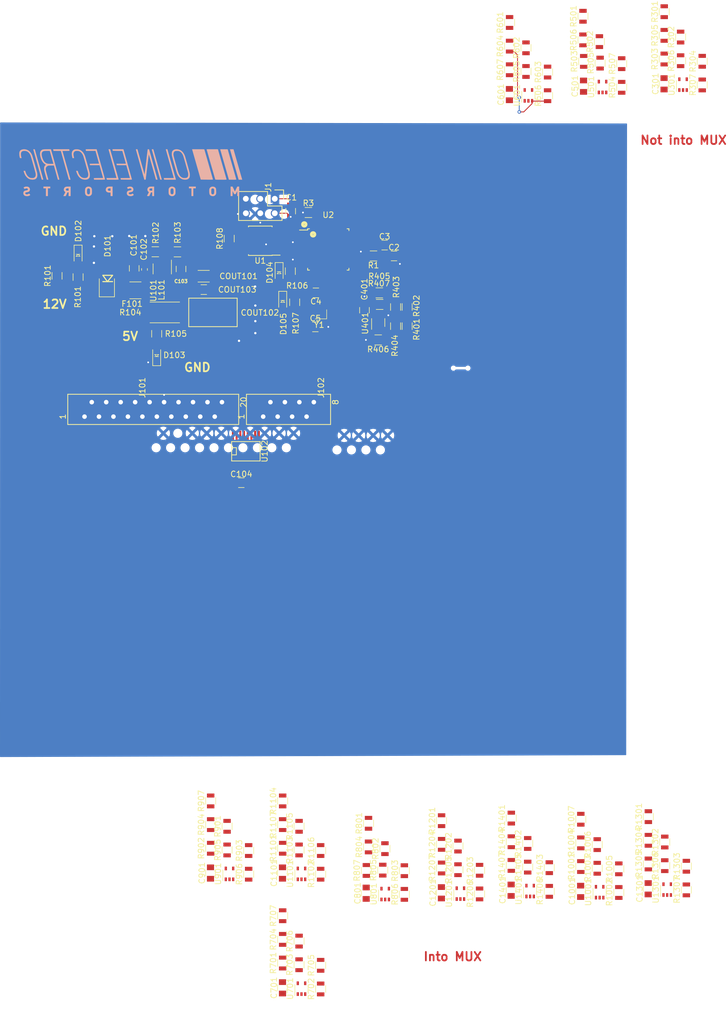
<source format=kicad_pcb>
(kicad_pcb (version 20171130) (host pcbnew 5.1.5-52549c5~84~ubuntu16.04.1)
  (layers (0 F.Cu signal) (31 B.Cu signal) (34 B.Paste user) (35 F.Paste user) (36 B.SilkS user) (37 F.SilkS user) (38 B.Mask user) (39 F.Mask user) (44 Edge.Cuts user))
  (net 0 "")
  (net 1 GND)
  (net 2 /12V)
  (net 3 VCC)
  (net 4 "Net-(C101-Pad1)")
  (net 5 "Net-(C103-Pad2)")
  (net 6 "Net-(C103-Pad1)")
  (net 7 "Net-(COUT101-Pad1)")
  (net 8 "Net-(D102-Pad2)")
  (net 9 "Net-(D103-Pad2)")
  (net 10 "Net-(R102-Pad1)")
  (net 11 "Net-(C3-Pad1)")
  (net 12 "Net-(C4-Pad1)")
  (net 13 "Net-(C5-Pad1)")
  (net 14 "Net-(D104-Pad2)")
  (net 15 "Net-(D105-Pad2)")
  (net 16 /MISO)
  (net 17 /SCK)
  (net 18 /MOSI)
  (net 19 /RESET)
  (net 20 /strain_gauge_cluster/r_strain_1_+)
  (net 21 /CAN_+)
  (net 22 /strain_gauge_cluster/r_strain_2_+)
  (net 23 /CAN_-)
  (net 24 /strain_gauge_cluster/r_strain_3_+)
  (net 25 /strain_gauge_cluster/r_strain_4_+)
  (net 26 /strain_gauge_cluster/r_strain_5_+)
  (net 27 /strain_gauge_cluster/r_strain_6_+)
  (net 28 /strain_gauge_cluster/r_strain_7_+)
  (net 29 /strain_gauge_cluster/r_strain_8_+)
  (net 30 /strain_gauge_cluster/r_strain_11_+)
  (net 31 /strain_gauge_cluster/r_strain_10_+)
  (net 32 /strain_gauge_cluster/r_strain_9_+)
  (net 33 /strain_gauge_cluster/r_strain_12_+)
  (net 34 "Net-(R106-Pad2)")
  (net 35 "Net-(R107-Pad2)")
  (net 36 "Net-(R302-Pad1)")
  (net 37 "Net-(R304-Pad1)")
  (net 38 "Net-(R305-Pad1)")
  (net 39 /sg_to_atmega_adc_3)
  (net 40 "Net-(R402-Pad1)")
  (net 41 "Net-(R404-Pad1)")
  (net 42 "Net-(R405-Pad1)")
  (net 43 /sg_to_atmega_adc_2)
  (net 44 "Net-(R502-Pad1)")
  (net 45 "Net-(R504-Pad1)")
  (net 46 "Net-(R505-Pad1)")
  (net 47 /sg_to_atmega_adc_4)
  (net 48 "Net-(R602-Pad1)")
  (net 49 "Net-(R604-Pad1)")
  (net 50 "Net-(R605-Pad1)")
  (net 51 /sg_to_atmega_adc_5)
  (net 52 "Net-(R702-Pad1)")
  (net 53 "Net-(R704-Pad1)")
  (net 54 "Net-(R705-Pad1)")
  (net 55 /sg_to_mux_Y0)
  (net 56 "Net-(R802-Pad1)")
  (net 57 "Net-(R804-Pad1)")
  (net 58 "Net-(R805-Pad1)")
  (net 59 /sg_to_mux_Y1)
  (net 60 "Net-(R902-Pad1)")
  (net 61 "Net-(R904-Pad1)")
  (net 62 "Net-(R905-Pad1)")
  (net 63 /sg_to_mux_Y2)
  (net 64 "Net-(R1002-Pad1)")
  (net 65 "Net-(R1004-Pad1)")
  (net 66 "Net-(R1005-Pad1)")
  (net 67 /sg_to_mux_Y3)
  (net 68 "Net-(R1102-Pad1)")
  (net 69 "Net-(R1104-Pad1)")
  (net 70 "Net-(R1105-Pad1)")
  (net 71 /sg_to_mux_Y4)
  (net 72 "Net-(R1202-Pad1)")
  (net 73 "Net-(R1204-Pad1)")
  (net 74 "Net-(R1205-Pad1)")
  (net 75 /sg_to_mux_Y5)
  (net 76 "Net-(R1302-Pad1)")
  (net 77 "Net-(R1304-Pad1)")
  (net 78 "Net-(R1305-Pad1)")
  (net 79 /sg_to_mux_Y6)
  (net 80 "Net-(R1402-Pad1)")
  (net 81 "Net-(R1404-Pad1)")
  (net 82 "Net-(R1405-Pad1)")
  (net 83 /sg_to_mux_Y7)
  (net 84 /CAN_TX)
  (net 85 /CAN_RX)
  (net 86 "Net-(U1-Pad5)")
  (net 87 "Net-(U2-Pad3)")
  (net 88 "Net-(U2-Pad15)")
  (net 89 /mux_enable_input)
  (net 90 /mux_select_S0)
  (net 91 "Net-(U2-Pad21)")
  (net 92 /mux_select_S1)
  (net 93 "Net-(U2-Pad23)")
  (net 94 "Net-(U2-Pad24)")
  (net 95 /mux_select_S2)
  (net 96 /mux_out_to_atmega_adc_6)
  (net 97 "Net-(U2-Pad27)")
  (net 98 "Net-(U2-Pad29)")
  (net 99 "Net-(U2-Pad30)")
  (net 100 "Net-(U2-Pad32)")
  (module footprints:micromatch_female_ra_20 (layer F.Cu) (at 118.11 127.889 90)
    (fp_text reference J101 (at 5.08 5.08 90) (layer F.SilkS))
    (fp_text value MM_F_RA_20 hide)
    (fp_text user 20 (at 2.54 22.86 90) (layer F.SilkS))
    (fp_text user 1 (at 0 -8.89 90) (layer F.SilkS))
    (pad 5 thru_hole circle (at 0 0 90) (size 1.3 1.3) (drill 0.8) (layers *.Cu *.Mask) (net 20 /strain_gauge_cluster/r_strain_1_+))
    (pad 3 thru_hole circle (at 0 -2.54 90) (size 1.3 1.3) (drill 0.8) (layers *.Cu *.Mask) (net 21 /CAN_+))
    (pad 1 thru_hole circle (at 0 -5.08 90) (size 1.3 1.3) (drill 0.8) (layers *.Cu *.Mask) (net 2 /12V))
    (pad 7 thru_hole circle (at 0 2.54 90) (size 1.3 1.3) (drill 0.8) (layers *.Cu *.Mask) (net 22 /strain_gauge_cluster/r_strain_2_+))
    (pad 2 thru_hole circle (at 2.54 -3.81 90) (size 1.3 1.3) (drill 0.8) (layers *.Cu *.Mask) (net 1 GND))
    (pad 4 thru_hole circle (at 2.54 -1.27 90) (size 1.3 1.3) (drill 0.8) (layers *.Cu *.Mask) (net 23 /CAN_-))
    (pad 6 thru_hole circle (at 2.54 1.27 90) (size 1.3 1.3) (drill 0.8) (layers *.Cu *.Mask) (net 1 GND))
    (pad 8 thru_hole circle (at 2.54 3.81 90) (size 1.3 1.3) (drill 0.8) (layers *.Cu *.Mask) (net 1 GND))
    (pad 9 thru_hole circle (at 0 5.08 90) (size 1.3 1.3) (drill 0.8) (layers *.Cu *.Mask) (net 24 /strain_gauge_cluster/r_strain_3_+))
    (pad 10 thru_hole circle (at 2.54 6.35 90) (size 1.3 1.3) (drill 0.8) (layers *.Cu *.Mask) (net 1 GND))
    (pad 11 thru_hole circle (at 0 7.62 90) (size 1.3 1.3) (drill 0.8) (layers *.Cu *.Mask) (net 25 /strain_gauge_cluster/r_strain_4_+))
    (pad 12 thru_hole circle (at 2.54 8.89 90) (size 1.3 1.3) (drill 0.8) (layers *.Cu *.Mask) (net 1 GND))
    (pad 13 thru_hole circle (at 0 10.16 90) (size 1.3 1.3) (drill 0.8) (layers *.Cu *.Mask) (net 26 /strain_gauge_cluster/r_strain_5_+))
    (pad 14 thru_hole circle (at 2.54 11.43 90) (size 1.3 1.3) (drill 0.8) (layers *.Cu *.Mask) (net 1 GND))
    (pad 15 thru_hole circle (at 0 12.7 90) (size 1.3 1.3) (drill 0.8) (layers *.Cu *.Mask) (net 27 /strain_gauge_cluster/r_strain_6_+))
    (pad 16 thru_hole circle (at 2.54 13.97 90) (size 1.3 1.3) (drill 0.8) (layers *.Cu *.Mask) (net 1 GND))
    (pad 17 thru_hole circle (at 0 15.24 90) (size 1.3 1.3) (drill 0.8) (layers *.Cu *.Mask) (net 28 /strain_gauge_cluster/r_strain_7_+))
    (pad 18 thru_hole circle (at 2.54 16.51 90) (size 1.3 1.3) (drill 0.8) (layers *.Cu *.Mask) (net 1 GND))
    (pad 19 thru_hole circle (at 0 17.78 90) (size 1.3 1.3) (drill 0.8) (layers *.Cu *.Mask) (net 29 /strain_gauge_cluster/r_strain_8_+))
    (pad 20 thru_hole circle (at 2.54 19.05 90) (size 1.3 1.3) (drill 0.8) (layers *.Cu *.Mask) (net 1 GND))
  )
  (module footprints:C_0805_OEM (layer F.Cu) (at 162.179 109.22 90)
    (fp_text reference C401 (at 3.683 0 90) (layer F.SilkS))
    (fp_text value C_0.1uF hide)
    (pad 2 smd rect (at 1 0 90) (size 1 1.25) (layers F.Cu F.Paste F.Mask) (net 1 GND))
    (pad 1 smd rect (at -1 0 90) (size 1 1.25) (layers F.Cu F.Paste F.Mask) (net 3 VCC))
  )
  (module footprints:R_0805_OEM (layer F.Cu) (at 169.672 112.014 90)
    (fp_text reference R401 (at -0.574 1.651 90) (layer F.SilkS))
    (fp_text value R_120 hide)
    (pad 1 smd rect (at -0.95 0 90) (size 0.7 1.3) (layers F.Cu F.Paste F.Mask) (net 20 /strain_gauge_cluster/r_strain_1_+))
    (pad 2 smd rect (at 0.95 0 90) (size 0.7 1.3) (layers F.Cu F.Paste F.Mask) (net 3 VCC))
  )
  (module footprints:Fuse_1812 (layer F.Cu) (at 132.8293 109.601)
    (fp_text reference COUT102 (at 10.9957 0.049) (layer F.SilkS))
    (fp_text value C_33uF hide)
    (pad 1 smd rect (at 0 0) (size 1.78 3.5) (layers F.Cu F.Paste F.Mask) (net 7 "Net-(COUT101-Pad1)"))
    (pad 2 smd rect (at 5.28 0) (size 1.78 3.5) (layers F.Cu F.Paste F.Mask) (net 1 GND))
  )
  (module footprints:C_0805_OEM (layer F.Cu) (at 129.9718 101.981 270)
    (fp_text reference C103 (at 2.159 0.0032) (layer F.SilkS) (effects (font (size 0.6 0.6))))
    (fp_text value C_0.1uF hide)
    (pad 2 smd rect (at 1 0 270) (size 1 1.25) (layers F.Cu F.Paste F.Mask) (net 5 "Net-(C103-Pad2)"))
    (pad 1 smd rect (at -1 0 270) (size 1 1.25) (layers F.Cu F.Paste F.Mask) (net 6 "Net-(C103-Pad1)"))
  )
  (module footprints:Fuse_1210 (layer F.Cu) (at 121.9708 105.7275 180)
    (fp_text reference F101 (at 0.5958 -2.3725 180) (layer F.SilkS))
    (fp_text value F_500mA_16V hide)
    (pad 2 smd rect (at 1.45 0 180) (size 0.9 2.5) (layers F.Cu F.Paste F.Mask) (net 2 /12V))
    (pad 1 smd rect (at -1.45 0 180) (size 0.9 2.5) (layers F.Cu F.Paste F.Mask) (net 4 "Net-(C101-Pad1)"))
  )
  (module footprints:L_100uH (layer F.Cu) (at 129.4767 105.66654)
    (fp_text reference L101 (at -2.9267 -0.01654 270) (layer F.SilkS))
    (fp_text value L_100uH hide)
    (pad 1 smd rect (at -1.6 0) (size 1.2 2) (layers F.Cu F.Paste F.Mask) (net 5 "Net-(C103-Pad2)"))
    (pad 2 smd rect (at 1.6 0) (size 1.2 2) (layers F.Cu F.Paste F.Mask) (net 7 "Net-(COUT101-Pad1)"))
  )
  (module footprints:R_0805_OEM (layer F.Cu) (at 129.34442 98.97872 180)
    (fp_text reference R103 (at -0.03058 3.37872 270) (layer F.SilkS))
    (fp_text value R_100K hide)
    (pad 1 smd rect (at -0.95 0 180) (size 0.7 1.3) (layers F.Cu F.Paste F.Mask) (net 7 "Net-(COUT101-Pad1)"))
    (pad 2 smd rect (at 0.95 0 180) (size 0.7 1.3) (layers F.Cu F.Paste F.Mask) (net 10 "Net-(R102-Pad1)"))
  )
  (module footprints:R_0805_OEM (layer F.Cu) (at 125.45822 98.96348 180)
    (fp_text reference R102 (at -0.06678 3.31348 270) (layer F.SilkS))
    (fp_text value R_25K hide)
    (pad 2 smd rect (at 0.95 0 180) (size 0.7 1.3) (layers F.Cu F.Paste F.Mask) (net 1 GND))
    (pad 1 smd rect (at -0.95 0 180) (size 0.7 1.3) (layers F.Cu F.Paste F.Mask) (net 10 "Net-(R102-Pad1)"))
  )
  (module footprints:R_0805_OEM (layer F.Cu) (at 125.7 113.35 270)
    (fp_text reference R105 (at 0 -3.375) (layer F.SilkS))
    (fp_text value R_200 hide)
    (pad 1 smd rect (at -0.95 0 270) (size 0.7 1.3) (layers F.Cu F.Paste F.Mask) (net 3 VCC))
    (pad 2 smd rect (at 0.95 0 270) (size 0.7 1.3) (layers F.Cu F.Paste F.Mask) (net 9 "Net-(D103-Pad2)"))
  )
  (module footprints:R_2512_OEM (layer F.Cu) (at 127.1282 109.60608 180)
    (fp_text reference R104 (at 6.0532 0.00608 180) (layer F.SilkS))
    (fp_text value R_0_2512 hide)
    (pad 1 smd rect (at -3.1 0 180) (size 1 3.2) (layers F.Cu F.Paste F.Mask) (net 7 "Net-(COUT101-Pad1)"))
    (pad 2 smd rect (at 3.1 0 180) (size 1 3.2) (layers F.Cu F.Paste F.Mask) (net 3 VCC))
  )
  (module footprints:SOT-23-6_OEM (layer F.Cu) (at 126.6776 101.9658 270)
    (fp_text reference U101 (at 3.8092 1.5526 270) (layer F.SilkS))
    (fp_text value TPS560430YF hide)
    (pad 1 smd rect (at -1.1 -0.95 270) (size 1.06 0.65) (layers F.Cu F.Paste F.Mask) (net 6 "Net-(C103-Pad1)"))
    (pad 2 smd rect (at -1.1 0 270) (size 1.06 0.65) (layers F.Cu F.Paste F.Mask) (net 1 GND))
    (pad 3 smd rect (at -1.1 0.95 270) (size 1.06 0.65) (layers F.Cu F.Paste F.Mask) (net 10 "Net-(R102-Pad1)"))
    (pad 4 smd rect (at 1.1 0.95 270) (size 1.06 0.65) (layers F.Cu F.Paste F.Mask) (net 4 "Net-(C101-Pad1)"))
    (pad 6 smd rect (at 1.1 -0.95 270) (size 1.06 0.65) (layers F.Cu F.Paste F.Mask) (net 5 "Net-(C103-Pad2)"))
    (pad 5 smd rect (at 1.1 0 270) (size 1.06 0.65) (layers F.Cu F.Paste F.Mask) (net 4 "Net-(C101-Pad1)"))
  )
  (module footprints:C_1206_OEM (layer F.Cu) (at 133.9483 103.251)
    (fp_text reference COUT101 (at 6.1267 -0.001) (layer F.SilkS))
    (fp_text value C_22uF hide)
    (pad 1 smd rect (at -1.5 0) (size 1 1.6) (layers F.Cu F.Paste F.Mask) (net 7 "Net-(COUT101-Pad1)"))
    (pad 2 smd rect (at 1.5 0) (size 1 1.6) (layers F.Cu F.Paste F.Mask) (net 1 GND))
  )
  (module footprints:C_0805_OEM (layer F.Cu) (at 133.9723 105.6005)
    (fp_text reference COUT103 (at 5.8777 -0.0005) (layer F.SilkS))
    (fp_text value C_47uF hide)
    (pad 1 smd rect (at -1 0) (size 1 1.25) (layers F.Cu F.Paste F.Mask) (net 7 "Net-(COUT101-Pad1)"))
    (pad 2 smd rect (at 1 0) (size 1 1.25) (layers F.Cu F.Paste F.Mask) (net 1 GND))
  )
  (module footprints:DO-214AA (layer F.Cu) (at 116.9543 103.6955 90)
    (fp_text reference D101 (at 5.7205 0.1207 270) (layer F.SilkS))
    (fp_text value D_Zener_18V hide)
    (pad 2 smd rect (at 2.032 0 270) (size 1.778 2.159) (layers F.Cu F.Paste F.Mask) (net 1 GND))
    (pad 1 smd rect (at -2.032 0 270) (size 1.778 2.159) (layers F.Cu F.Paste F.Mask) (net 2 /12V))
  )
  (module footprints:LED_0805_OEM (layer F.Cu) (at 125.7 117.15 90)
    (fp_text reference D103 (at 0.05 3.1 180) (layer F.SilkS))
    (fp_text value LED_0805 hide)
    (pad 2 smd rect (at 1.1 0 270) (size 1.2 1.2) (layers F.Cu F.Paste F.Mask) (net 9 "Net-(D103-Pad2)"))
    (pad 1 smd rect (at -1.1 0 270) (size 1.2 1.2) (layers F.Cu F.Paste F.Mask) (net 1 GND))
  )
  (module footprints:Logo_Large (layer B.Cu) (at 121.158 85.09 180)
    (fp_text reference G*** hide)
    (fp_text value LOGO hide)
  )
  (module footprints:LED_0805_OEM (layer F.Cu) (at 111.9 99.6 270)
    (fp_text reference D102 (at -4.275 -0.05 90) (layer F.SilkS))
    (fp_text value LED_0805 hide)
    (pad 2 smd rect (at 1.1 0 90) (size 1.2 1.2) (layers F.Cu F.Paste F.Mask) (net 8 "Net-(D102-Pad2)"))
    (pad 1 smd rect (at -1.1 0 90) (size 1.2 1.2) (layers F.Cu F.Paste F.Mask) (net 1 GND))
  )
  (module footprints:R_0805_OEM (layer F.Cu) (at 111.9 103.4 90)
    (fp_text reference R101 (at -3.5 -0.05 270) (layer F.SilkS))
    (fp_text value R_200 hide)
    (pad 1 smd rect (at -0.95 0 90) (size 0.7 1.3) (layers F.Cu F.Paste F.Mask) (net 4 "Net-(C101-Pad1)"))
    (pad 2 smd rect (at 0.95 0 90) (size 0.7 1.3) (layers F.Cu F.Paste F.Mask) (net 8 "Net-(D102-Pad2)"))
  )
  (module footprints:C_0805_OEM (layer F.Cu) (at 121.75236 101.87 90)
    (fp_text reference C101 (at 4.064 -0.08636 90) (layer F.SilkS))
    (fp_text value C_0.1uF hide)
    (pad 2 smd rect (at 1 0 90) (size 1 1.25) (layers F.Cu F.Paste F.Mask) (net 1 GND))
    (pad 1 smd rect (at -1 0 90) (size 1 1.25) (layers F.Cu F.Paste F.Mask) (net 4 "Net-(C101-Pad1)"))
  )
  (module footprints:C_0603_1608Metric (layer F.Cu) (at 123.5583 102.0605 90)
    (fp_text reference C102 (at 3.5085 -0.1143 90) (layer F.SilkS))
    (fp_text value C_2.2uF)
    (pad 1 smd roundrect (at -0.7875 0 90) (size 0.875 0.95) (layers F.Cu F.Paste F.Mask) (net 4 "Net-(C101-Pad1)"))
    (pad 2 smd roundrect (at 0.7875 0 90) (size 0.875 0.95) (layers F.Cu F.Paste F.Mask) (net 1 GND))
  )
  (module footprints:C_0805_OEM (layer F.Cu) (at 149.225 91.837 90)
    (fp_text reference C1 (at 2.397 0.127 180) (layer F.SilkS))
    (fp_text value C_0.1uF hide)
    (pad 1 smd rect (at -1 0 90) (size 1 1.25) (layers F.Cu F.Paste F.Mask) (net 3 VCC))
    (pad 2 smd rect (at 1 0 90) (size 1 1.25) (layers F.Cu F.Paste F.Mask) (net 1 GND))
  )
  (module footprints:C_0805_OEM (layer F.Cu) (at 167.37 99.695)
    (fp_text reference C2 (at 0 -1.5) (layer F.SilkS))
    (fp_text value C_0.1uF hide)
    (pad 2 smd rect (at 1 0) (size 1 1.25) (layers F.Cu F.Paste F.Mask) (net 1 GND))
    (pad 1 smd rect (at -1 0) (size 1 1.25) (layers F.Cu F.Paste F.Mask) (net 3 VCC))
  )
  (module footprints:C_0805_OEM (layer F.Cu) (at 165.719 97.79)
    (fp_text reference C3 (at 0 -1.5) (layer F.SilkS))
    (fp_text value C_100pF hide)
    (pad 2 smd rect (at 1 0) (size 1 1.25) (layers F.Cu F.Paste F.Mask) (net 1 GND))
    (pad 1 smd rect (at -1 0) (size 1 1.25) (layers F.Cu F.Paste F.Mask) (net 11 "Net-(C3-Pad1)"))
  )
  (module footprints:C_0805_OEM (layer F.Cu) (at 153.654 106.172 180)
    (fp_text reference C4 (at 0 -1.5) (layer F.SilkS))
    (fp_text value C_30pF hide)
    (pad 1 smd rect (at -1 0 180) (size 1 1.25) (layers F.Cu F.Paste F.Mask) (net 12 "Net-(C4-Pad1)"))
    (pad 2 smd rect (at 1 0 180) (size 1 1.25) (layers F.Cu F.Paste F.Mask) (net 1 GND))
  )
  (module footprints:C_0805_OEM (layer F.Cu) (at 153.559 112.141)
    (fp_text reference C5 (at 0 -1.5) (layer F.SilkS))
    (fp_text value C_30pF hide)
    (pad 2 smd rect (at 1 0) (size 1 1.25) (layers F.Cu F.Paste F.Mask) (net 1 GND))
    (pad 1 smd rect (at -1 0) (size 1 1.25) (layers F.Cu F.Paste F.Mask) (net 13 "Net-(C5-Pad1)"))
  )
  (module footprints:C_0805_OEM (layer F.Cu) (at 140.559001 139.478001)
    (fp_text reference C104 (at 0 -1.5) (layer F.SilkS))
    (fp_text value C_0.1uF hide)
    (pad 1 smd rect (at -1 0) (size 1 1.25) (layers F.Cu F.Paste F.Mask) (net 3 VCC))
    (pad 2 smd rect (at 1 0) (size 1 1.25) (layers F.Cu F.Paste F.Mask) (net 1 GND))
  )
  (module footprints:C_0805_OEM (layer F.Cu) (at 214.778001 69.488999 90)
    (fp_text reference C301 (at 0 -1.5 90) (layer F.SilkS))
    (fp_text value C_0.1uF hide)
    (pad 1 smd rect (at -1 0 90) (size 1 1.25) (layers F.Cu F.Paste F.Mask) (net 3 VCC))
    (pad 2 smd rect (at 1 0 90) (size 1 1.25) (layers F.Cu F.Paste F.Mask) (net 1 GND))
  )
  (module footprints:C_0805_OEM (layer F.Cu) (at 200.641001 69.905999 90)
    (fp_text reference C501 (at 0 -1.5 90) (layer F.SilkS))
    (fp_text value C_0.1uF hide)
    (pad 1 smd rect (at -1 0 90) (size 1 1.25) (layers F.Cu F.Paste F.Mask) (net 3 VCC))
    (pad 2 smd rect (at 1 0 90) (size 1 1.25) (layers F.Cu F.Paste F.Mask) (net 1 GND))
  )
  (module footprints:C_0805_OEM (layer F.Cu) (at 187.627001 71.376999 90)
    (fp_text reference C601 (at 0 -1.5 90) (layer F.SilkS))
    (fp_text value C_0.1uF hide)
    (pad 1 smd rect (at -1 0 90) (size 1 1.25) (layers F.Cu F.Paste F.Mask) (net 3 VCC))
    (pad 2 smd rect (at 1 0 90) (size 1 1.25) (layers F.Cu F.Paste F.Mask) (net 1 GND))
  )
  (module footprints:C_0805_OEM (layer F.Cu) (at 147.789001 228.111999 90)
    (fp_text reference C701 (at 0 -1.5 90) (layer F.SilkS))
    (fp_text value C_0.1uF hide)
    (pad 2 smd rect (at 1 0 90) (size 1 1.25) (layers F.Cu F.Paste F.Mask) (net 1 GND))
    (pad 1 smd rect (at -1 0 90) (size 1 1.25) (layers F.Cu F.Paste F.Mask) (net 3 VCC))
  )
  (module footprints:C_0805_OEM (layer F.Cu) (at 162.481001 211.510999 90)
    (fp_text reference C801 (at 0 -1.5 90) (layer F.SilkS))
    (fp_text value C_0.1uF hide)
    (pad 2 smd rect (at 1 0 90) (size 1 1.25) (layers F.Cu F.Paste F.Mask) (net 1 GND))
    (pad 1 smd rect (at -1 0 90) (size 1 1.25) (layers F.Cu F.Paste F.Mask) (net 3 VCC))
  )
  (module footprints:C_0805_OEM (layer F.Cu) (at 135.149001 207.971999 90)
    (fp_text reference C901 (at 0 -1.5 90) (layer F.SilkS))
    (fp_text value C_0.1uF hide)
    (pad 1 smd rect (at -1 0 90) (size 1 1.25) (layers F.Cu F.Paste F.Mask) (net 3 VCC))
    (pad 2 smd rect (at 1 0 90) (size 1 1.25) (layers F.Cu F.Paste F.Mask) (net 1 GND))
  )
  (module footprints:C_0805_OEM (layer F.Cu) (at 200.133001 211.182999 90)
    (fp_text reference C1001 (at 0 -1.5 90) (layer F.SilkS))
    (fp_text value C_0.1uF hide)
    (pad 2 smd rect (at 1 0 90) (size 1 1.25) (layers F.Cu F.Paste F.Mask) (net 1 GND))
    (pad 1 smd rect (at -1 0 90) (size 1 1.25) (layers F.Cu F.Paste F.Mask) (net 3 VCC))
  )
  (module footprints:C_0805_OEM (layer F.Cu) (at 147.789001 207.971999 90)
    (fp_text reference C1101 (at 0 -1.5 90) (layer F.SilkS))
    (fp_text value C_0.1uF hide)
    (pad 1 smd rect (at -1 0 90) (size 1 1.25) (layers F.Cu F.Paste F.Mask) (net 3 VCC))
    (pad 2 smd rect (at 1 0 90) (size 1 1.25) (layers F.Cu F.Paste F.Mask) (net 1 GND))
  )
  (module footprints:C_0805_OEM (layer F.Cu) (at 175.689001 211.436999 90)
    (fp_text reference C1201 (at 0 -1.5 90) (layer F.SilkS))
    (fp_text value C_0.1uF hide)
    (pad 2 smd rect (at 1 0 90) (size 1 1.25) (layers F.Cu F.Paste F.Mask) (net 1 GND))
    (pad 1 smd rect (at -1 0 90) (size 1 1.25) (layers F.Cu F.Paste F.Mask) (net 3 VCC))
  )
  (module footprints:C_0805_OEM (layer F.Cu) (at 211.991001 210.727999 90)
    (fp_text reference C1301 (at 0 -1.5 90) (layer F.SilkS))
    (fp_text value C_0.1uF hide)
    (pad 2 smd rect (at 1 0 90) (size 1 1.25) (layers F.Cu F.Paste F.Mask) (net 1 GND))
    (pad 1 smd rect (at -1 0 90) (size 1 1.25) (layers F.Cu F.Paste F.Mask) (net 3 VCC))
  )
  (module footprints:C_0805_OEM (layer F.Cu) (at 187.928001 210.981999 90)
    (fp_text reference C1401 (at 0 -1.5 90) (layer F.SilkS))
    (fp_text value C_0.1uF hide)
    (pad 1 smd rect (at -1 0 90) (size 1 1.25) (layers F.Cu F.Paste F.Mask) (net 3 VCC))
    (pad 2 smd rect (at 1 0 90) (size 1 1.25) (layers F.Cu F.Paste F.Mask) (net 1 GND))
  )
  (module footprints:LED_0805_OEM (layer F.Cu) (at 147.193 102.659 270)
    (fp_text reference D104 (at -0.043 1.651 90) (layer F.SilkS))
    (fp_text value LED_0805 hide)
    (pad 1 smd rect (at -1.1 0 90) (size 1.2 1.2) (layers F.Cu F.Paste F.Mask) (net 1 GND))
    (pad 2 smd rect (at 1.1 0 90) (size 1.2 1.2) (layers F.Cu F.Paste F.Mask) (net 14 "Net-(D104-Pad2)"))
  )
  (module footprints:LED_0805_OEM (layer F.Cu) (at 147.828 107.696 270)
    (fp_text reference D105 (at 3.937 -0.127 90) (layer F.SilkS))
    (fp_text value LED_0805 hide)
    (pad 2 smd rect (at 1.1 0 90) (size 1.2 1.2) (layers F.Cu F.Paste F.Mask) (net 15 "Net-(D105-Pad2)"))
    (pad 1 smd rect (at -1.1 0 90) (size 1.2 1.2) (layers F.Cu F.Paste F.Mask) (net 1 GND))
  )
  (module footprints:Pin_Header_Straight_2x03 (layer F.Cu) (at 146.431 89.662 270)
    (fp_text reference J1 (at -2.032 1.143 90) (layer F.SilkS))
    (fp_text value CONN_02X03 hide)
    (pad 6 thru_hole circle (at 2.54 5.08 270) (size 1.4 1.4) (drill 1.016) (layers *.Cu *.Mask) (net 1 GND))
    (pad 5 thru_hole circle (at 0 5.08 270) (size 1.4 1.4) (drill 1.016) (layers *.Cu *.Mask) (net 19 /RESET))
    (pad 4 thru_hole circle (at 2.54 2.54 270) (size 1.4 1.4) (drill 1.016) (layers *.Cu *.Mask) (net 18 /MOSI))
    (pad 3 thru_hole circle (at 0 2.54 270) (size 1.4 1.4) (drill 1.016) (layers *.Cu *.Mask) (net 17 /SCK))
    (pad 2 thru_hole circle (at 2.54 0 270) (size 1.4 1.4) (drill 1.016) (layers *.Cu *.Mask) (net 3 VCC))
    (pad 1 thru_hole rect (at 0 0 270) (size 1.4 1.4) (drill 1.016) (layers *.Cu *.Mask) (net 16 /MISO))
  )
  (module footprints:micromatch_female_ra_8 (layer F.Cu) (at 149.479 127.889 90)
    (fp_text reference J102 (at 5.08 5.08 90) (layer F.SilkS))
    (fp_text value MM_F_RA_08 hide)
    (fp_text user 8 (at 2.54 7.62 90) (layer F.SilkS))
    (fp_text user 1 (at 0 -8.89 90) (layer F.SilkS))
    (pad 5 thru_hole circle (at 0 0 90) (size 1.3 1.3) (drill 0.8) (layers *.Cu *.Mask) (net 30 /strain_gauge_cluster/r_strain_11_+))
    (pad 3 thru_hole circle (at 0 -2.54 90) (size 1.3 1.3) (drill 0.8) (layers *.Cu *.Mask) (net 31 /strain_gauge_cluster/r_strain_10_+))
    (pad 1 thru_hole circle (at 0 -5.08 90) (size 1.3 1.3) (drill 0.8) (layers *.Cu *.Mask) (net 32 /strain_gauge_cluster/r_strain_9_+))
    (pad 7 thru_hole circle (at 0 2.54 90) (size 1.3 1.3) (drill 0.8) (layers *.Cu *.Mask) (net 33 /strain_gauge_cluster/r_strain_12_+))
    (pad 2 thru_hole circle (at 2.54 -3.81 90) (size 1.3 1.3) (drill 0.8) (layers *.Cu *.Mask) (net 1 GND))
    (pad 4 thru_hole circle (at 2.54 -1.27 90) (size 1.3 1.3) (drill 0.8) (layers *.Cu *.Mask) (net 1 GND))
    (pad 6 thru_hole circle (at 2.54 1.27 90) (size 1.3 1.3) (drill 0.8) (layers *.Cu *.Mask) (net 1 GND))
    (pad 8 thru_hole circle (at 2.54 3.81 90) (size 1.3 1.3) (drill 0.8) (layers *.Cu *.Mask) (net 1 GND))
  )
  (module footprints:R_0805_OEM (layer F.Cu) (at 163.769 99.695 180)
    (fp_text reference R1 (at 0 -1.65) (layer F.SilkS))
    (fp_text value R_100 hide)
    (pad 1 smd rect (at -0.95 0 180) (size 0.7 1.3) (layers F.Cu F.Paste F.Mask) (net 3 VCC))
    (pad 2 smd rect (at 0.95 0 180) (size 0.7 1.3) (layers F.Cu F.Paste F.Mask) (net 11 "Net-(C3-Pad1)"))
  )
  (module footprints:R_0805_OEM (layer F.Cu) (at 152.339 92.075)
    (fp_text reference R3 (at 0 -1.65) (layer F.SilkS))
    (fp_text value R_10K hide)
    (pad 2 smd rect (at 0.95 0) (size 0.7 1.3) (layers F.Cu F.Paste F.Mask) (net 19 /RESET))
    (pad 1 smd rect (at -0.95 0) (size 0.7 1.3) (layers F.Cu F.Paste F.Mask) (net 3 VCC))
  )
  (module footprints:R_0805_OEM (layer F.Cu) (at 108.204 103.185 90)
    (fp_text reference R101 (at 0 -1.65 90) (layer F.SilkS))
    (fp_text value R_1K hide)
    (pad 1 smd rect (at -0.95 0 90) (size 0.7 1.3) (layers F.Cu F.Paste F.Mask) (net 4 "Net-(C101-Pad1)"))
    (pad 2 smd rect (at 0.95 0 90) (size 0.7 1.3) (layers F.Cu F.Paste F.Mask) (net 8 "Net-(D102-Pad2)"))
  )
  (module footprints:R_0805_OEM (layer F.Cu) (at 149.164 102.362 90)
    (fp_text reference R106 (at -2.54 1.204 180) (layer F.SilkS))
    (fp_text value R_200 hide)
    (pad 2 smd rect (at 0.95 0 90) (size 0.7 1.3) (layers F.Cu F.Paste F.Mask) (net 34 "Net-(R106-Pad2)"))
    (pad 1 smd rect (at -0.95 0 90) (size 0.7 1.3) (layers F.Cu F.Paste F.Mask) (net 14 "Net-(D104-Pad2)"))
  )
  (module footprints:R_0805_OEM (layer F.Cu) (at 149.926 107.823 90)
    (fp_text reference R107 (at -3.683 0.188 90) (layer F.SilkS))
    (fp_text value R_200 hide)
    (pad 1 smd rect (at -0.95 0 90) (size 0.7 1.3) (layers F.Cu F.Paste F.Mask) (net 15 "Net-(D105-Pad2)"))
    (pad 2 smd rect (at 0.95 0 90) (size 0.7 1.3) (layers F.Cu F.Paste F.Mask) (net 35 "Net-(R107-Pad2)"))
  )
  (module footprints:R_0805_OEM (layer F.Cu) (at 138.43 96.647 90)
    (fp_text reference R108 (at 0 -1.65 90) (layer F.SilkS))
    (fp_text value R_120_DNP hide)
    (pad 2 smd rect (at 0.95 0 90) (size 0.7 1.3) (layers F.Cu F.Paste F.Mask) (net 23 /CAN_-))
    (pad 1 smd rect (at -0.95 0 90) (size 0.7 1.3) (layers F.Cu F.Paste F.Mask) (net 21 /CAN_+))
  )
  (module footprints:R_0805_OEM (layer F.Cu) (at 214.808001 56.838999 90)
    (fp_text reference R301 (at 0 -1.65 90) (layer F.SilkS))
    (fp_text value R_120 hide)
    (pad 2 smd rect (at 0.95 0 90) (size 0.7 1.3) (layers F.Cu F.Paste F.Mask) (net 3 VCC))
    (pad 1 smd rect (at -0.95 0 90) (size 0.7 1.3) (layers F.Cu F.Paste F.Mask) (net 22 /strain_gauge_cluster/r_strain_2_+))
  )
  (module footprints:R_0805_OEM (layer F.Cu) (at 217.688001 61.288999 90)
    (fp_text reference R302 (at 0 -1.65 90) (layer F.SilkS))
    (fp_text value R_120 hide)
    (pad 1 smd rect (at -0.95 0 90) (size 0.7 1.3) (layers F.Cu F.Paste F.Mask) (net 36 "Net-(R302-Pad1)"))
    (pad 2 smd rect (at 0.95 0 90) (size 0.7 1.3) (layers F.Cu F.Paste F.Mask) (net 3 VCC))
  )
  (module footprints:R_0805_OEM (layer F.Cu) (at 214.808001 65.138999 90)
    (fp_text reference R303 (at 0 -1.65 90) (layer F.SilkS))
    (fp_text value R_120 hide)
    (pad 2 smd rect (at 0.95 0 90) (size 0.7 1.3) (layers F.Cu F.Paste F.Mask) (net 36 "Net-(R302-Pad1)"))
    (pad 1 smd rect (at -0.95 0 90) (size 0.7 1.3) (layers F.Cu F.Paste F.Mask) (net 1 GND))
  )
  (module footprints:R_0805_OEM (layer F.Cu) (at 221.478001 65.538999 90)
    (fp_text reference R304 (at 0 -1.65 90) (layer F.SilkS))
    (fp_text value R_120 hide)
    (pad 2 smd rect (at 0.95 0 90) (size 0.7 1.3) (layers F.Cu F.Paste F.Mask) (net 22 /strain_gauge_cluster/r_strain_2_+))
    (pad 1 smd rect (at -0.95 0 90) (size 0.7 1.3) (layers F.Cu F.Paste F.Mask) (net 37 "Net-(R304-Pad1)"))
  )
  (module footprints:R_0805_OEM (layer F.Cu) (at 214.808001 60.988999 90)
    (fp_text reference R305 (at 0 -1.65 90) (layer F.SilkS))
    (fp_text value R_120 hide)
    (pad 1 smd rect (at -0.95 0 90) (size 0.7 1.3) (layers F.Cu F.Paste F.Mask) (net 38 "Net-(R305-Pad1)"))
    (pad 2 smd rect (at 0.95 0 90) (size 0.7 1.3) (layers F.Cu F.Paste F.Mask) (net 36 "Net-(R302-Pad1)"))
  )
  (module footprints:R_0805_OEM (layer F.Cu) (at 217.688001 65.438999 90)
    (fp_text reference R306 (at 0 -1.65 90) (layer F.SilkS))
    (fp_text value R_4.99K hide)
    (pad 2 smd rect (at 0.95 0 90) (size 0.7 1.3) (layers F.Cu F.Paste F.Mask) (net 1 GND))
    (pad 1 smd rect (at -0.95 0 90) (size 0.7 1.3) (layers F.Cu F.Paste F.Mask) (net 37 "Net-(R304-Pad1)"))
  )
  (module footprints:R_0805_OEM (layer F.Cu) (at 221.478001 69.688999 90)
    (fp_text reference R307 (at 0 -1.65 90) (layer F.SilkS))
    (fp_text value R_4.99K hide)
    (pad 2 smd rect (at 0.95 0 90) (size 0.7 1.3) (layers F.Cu F.Paste F.Mask) (net 38 "Net-(R305-Pad1)"))
    (pad 1 smd rect (at -0.95 0 90) (size 0.7 1.3) (layers F.Cu F.Paste F.Mask) (net 39 /sg_to_atmega_adc_3))
  )
  (module footprints:R_0805_OEM (layer F.Cu) (at 169.672 108.646 270)
    (fp_text reference R402 (at -0.188 -1.651 90) (layer F.SilkS))
    (fp_text value R_120 hide)
    (pad 2 smd rect (at 0.95 0 270) (size 0.7 1.3) (layers F.Cu F.Paste F.Mask) (net 3 VCC))
    (pad 1 smd rect (at -0.95 0 270) (size 0.7 1.3) (layers F.Cu F.Paste F.Mask) (net 40 "Net-(R402-Pad1)"))
  )
  (module footprints:R_0805_OEM (layer F.Cu) (at 167.64 108.651 90)
    (fp_text reference R403 (at 3.495 0.127 90) (layer F.SilkS))
    (fp_text value R_120 hide)
    (pad 2 smd rect (at 0.95 0 90) (size 0.7 1.3) (layers F.Cu F.Paste F.Mask) (net 40 "Net-(R402-Pad1)"))
    (pad 1 smd rect (at -0.95 0 90) (size 0.7 1.3) (layers F.Cu F.Paste F.Mask) (net 1 GND))
  )
  (module footprints:R_0805_OEM (layer F.Cu) (at 167.64 112.014 270)
    (fp_text reference R404 (at 3.429 0.127 90) (layer F.SilkS))
    (fp_text value R_120 hide)
    (pad 1 smd rect (at -0.95 0 270) (size 0.7 1.3) (layers F.Cu F.Paste F.Mask) (net 41 "Net-(R404-Pad1)"))
    (pad 2 smd rect (at 0.95 0 270) (size 0.7 1.3) (layers F.Cu F.Paste F.Mask) (net 20 /strain_gauge_cluster/r_strain_1_+))
  )
  (module footprints:R_0805_OEM (layer F.Cu) (at 164.785 106.172 180)
    (fp_text reference R405 (at 0 2.921) (layer F.SilkS))
    (fp_text value R_120 hide)
    (pad 1 smd rect (at -0.95 0 180) (size 0.7 1.3) (layers F.Cu F.Paste F.Mask) (net 42 "Net-(R405-Pad1)"))
    (pad 2 smd rect (at 0.95 0 180) (size 0.7 1.3) (layers F.Cu F.Paste F.Mask) (net 40 "Net-(R402-Pad1)"))
  )
  (module footprints:R_0805_OEM (layer F.Cu) (at 164.592 114.427 180)
    (fp_text reference R406 (at 0 -1.65) (layer F.SilkS))
    (fp_text value R_4.99K hide)
    (pad 2 smd rect (at 0.95 0 180) (size 0.7 1.3) (layers F.Cu F.Paste F.Mask) (net 1 GND))
    (pad 1 smd rect (at -0.95 0 180) (size 0.7 1.3) (layers F.Cu F.Paste F.Mask) (net 41 "Net-(R404-Pad1)"))
  )
  (module footprints:R_0805_OEM (layer F.Cu) (at 164.846 108.204)
    (fp_text reference R407 (at -0.127 -3.683) (layer F.SilkS))
    (fp_text value R_4.99K hide)
    (pad 2 smd rect (at 0.95 0) (size 0.7 1.3) (layers F.Cu F.Paste F.Mask) (net 42 "Net-(R405-Pad1)"))
    (pad 1 smd rect (at -0.95 0) (size 0.7 1.3) (layers F.Cu F.Paste F.Mask) (net 43 /sg_to_atmega_adc_2))
  )
  (module footprints:R_0805_OEM (layer F.Cu) (at 200.544001 57.636999 90)
    (fp_text reference R501 (at 0 -1.65 90) (layer F.SilkS))
    (fp_text value R_120 hide)
    (pad 1 smd rect (at -0.95 0 90) (size 0.7 1.3) (layers F.Cu F.Paste F.Mask) (net 24 /strain_gauge_cluster/r_strain_3_+))
    (pad 2 smd rect (at 0.95 0 90) (size 0.7 1.3) (layers F.Cu F.Paste F.Mask) (net 3 VCC))
  )
  (module footprints:R_0805_OEM (layer F.Cu) (at 203.424001 62.086999 90)
    (fp_text reference R502 (at 0 -1.65 90) (layer F.SilkS))
    (fp_text value R_120 hide)
    (pad 2 smd rect (at 0.95 0 90) (size 0.7 1.3) (layers F.Cu F.Paste F.Mask) (net 3 VCC))
    (pad 1 smd rect (at -0.95 0 90) (size 0.7 1.3) (layers F.Cu F.Paste F.Mask) (net 44 "Net-(R502-Pad1)"))
  )
  (module footprints:R_0805_OEM (layer F.Cu) (at 200.671001 65.555999 90)
    (fp_text reference R503 (at 0 -1.65 90) (layer F.SilkS))
    (fp_text value R_120 hide)
    (pad 2 smd rect (at 0.95 0 90) (size 0.7 1.3) (layers F.Cu F.Paste F.Mask) (net 44 "Net-(R502-Pad1)"))
    (pad 1 smd rect (at -0.95 0 90) (size 0.7 1.3) (layers F.Cu F.Paste F.Mask) (net 1 GND))
  )
  (module footprints:R_0805_OEM (layer F.Cu) (at 207.341001 70.105999 90)
    (fp_text reference R504 (at 0 -1.65 90) (layer F.SilkS))
    (fp_text value R_120 hide)
    (pad 1 smd rect (at -0.95 0 90) (size 0.7 1.3) (layers F.Cu F.Paste F.Mask) (net 45 "Net-(R504-Pad1)"))
    (pad 2 smd rect (at 0.95 0 90) (size 0.7 1.3) (layers F.Cu F.Paste F.Mask) (net 24 /strain_gauge_cluster/r_strain_3_+))
  )
  (module footprints:R_0805_OEM (layer F.Cu) (at 203.551001 65.855999 90)
    (fp_text reference R505 (at 0 -1.65 90) (layer F.SilkS))
    (fp_text value R_120 hide)
    (pad 1 smd rect (at -0.95 0 90) (size 0.7 1.3) (layers F.Cu F.Paste F.Mask) (net 46 "Net-(R505-Pad1)"))
    (pad 2 smd rect (at 0.95 0 90) (size 0.7 1.3) (layers F.Cu F.Paste F.Mask) (net 44 "Net-(R502-Pad1)"))
  )
  (module footprints:R_0805_OEM (layer F.Cu) (at 200.544001 61.786999 90)
    (fp_text reference R506 (at 0 -1.65 90) (layer F.SilkS))
    (fp_text value R_4.99K hide)
    (pad 2 smd rect (at 0.95 0 90) (size 0.7 1.3) (layers F.Cu F.Paste F.Mask) (net 1 GND))
    (pad 1 smd rect (at -0.95 0 90) (size 0.7 1.3) (layers F.Cu F.Paste F.Mask) (net 45 "Net-(R504-Pad1)"))
  )
  (module footprints:R_0805_OEM (layer F.Cu) (at 207.341001 65.955999 90)
    (fp_text reference R507 (at 0 -1.65 90) (layer F.SilkS))
    (fp_text value R_4.99K hide)
    (pad 1 smd rect (at -0.95 0 90) (size 0.7 1.3) (layers F.Cu F.Paste F.Mask) (net 47 /sg_to_atmega_adc_4))
    (pad 2 smd rect (at 0.95 0 90) (size 0.7 1.3) (layers F.Cu F.Paste F.Mask) (net 46 "Net-(R505-Pad1)"))
  )
  (module footprints:R_0805_OEM (layer F.Cu) (at 187.657001 58.726999 90)
    (fp_text reference R601 (at 0 -1.65 90) (layer F.SilkS))
    (fp_text value R_120 hide)
    (pad 2 smd rect (at 0.95 0 90) (size 0.7 1.3) (layers F.Cu F.Paste F.Mask) (net 3 VCC))
    (pad 1 smd rect (at -0.95 0 90) (size 0.7 1.3) (layers F.Cu F.Paste F.Mask) (net 25 /strain_gauge_cluster/r_strain_4_+))
  )
  (module footprints:R_0805_OEM (layer F.Cu) (at 190.537001 63.176999 90)
    (fp_text reference R602 (at 0 -1.65 90) (layer F.SilkS))
    (fp_text value R_120 hide)
    (pad 1 smd rect (at -0.95 0 90) (size 0.7 1.3) (layers F.Cu F.Paste F.Mask) (net 48 "Net-(R602-Pad1)"))
    (pad 2 smd rect (at 0.95 0 90) (size 0.7 1.3) (layers F.Cu F.Paste F.Mask) (net 3 VCC))
  )
  (module footprints:R_0805_OEM (layer F.Cu) (at 194.327001 67.426999 90)
    (fp_text reference R603 (at 0 -1.65 90) (layer F.SilkS))
    (fp_text value R_120 hide)
    (pad 2 smd rect (at 0.95 0 90) (size 0.7 1.3) (layers F.Cu F.Paste F.Mask) (net 48 "Net-(R602-Pad1)"))
    (pad 1 smd rect (at -0.95 0 90) (size 0.7 1.3) (layers F.Cu F.Paste F.Mask) (net 1 GND))
  )
  (module footprints:R_0805_OEM (layer F.Cu) (at 187.657001 62.876999 90)
    (fp_text reference R604 (at 0 -1.65 90) (layer F.SilkS))
    (fp_text value R_120 hide)
    (pad 1 smd rect (at -0.95 0 90) (size 0.7 1.3) (layers F.Cu F.Paste F.Mask) (net 49 "Net-(R604-Pad1)"))
    (pad 2 smd rect (at 0.95 0 90) (size 0.7 1.3) (layers F.Cu F.Paste F.Mask) (net 25 /strain_gauge_cluster/r_strain_4_+))
  )
  (module footprints:R_0805_OEM (layer F.Cu) (at 190.537001 67.326999 90)
    (fp_text reference R605 (at 0 -1.65 90) (layer F.SilkS))
    (fp_text value R_120 hide)
    (pad 2 smd rect (at 0.95 0 90) (size 0.7 1.3) (layers F.Cu F.Paste F.Mask) (net 48 "Net-(R602-Pad1)"))
    (pad 1 smd rect (at -0.95 0 90) (size 0.7 1.3) (layers F.Cu F.Paste F.Mask) (net 50 "Net-(R605-Pad1)"))
  )
  (module footprints:R_0805_OEM (layer F.Cu) (at 194.327001 71.576999 90)
    (fp_text reference R606 (at 0 -1.65 90) (layer F.SilkS))
    (fp_text value R_4.99K hide)
    (pad 1 smd rect (at -0.95 0 90) (size 0.7 1.3) (layers F.Cu F.Paste F.Mask) (net 49 "Net-(R604-Pad1)"))
    (pad 2 smd rect (at 0.95 0 90) (size 0.7 1.3) (layers F.Cu F.Paste F.Mask) (net 1 GND))
  )
  (module footprints:R_0805_OEM (layer F.Cu) (at 187.657001 67.026999 90)
    (fp_text reference R607 (at 0 -1.65 90) (layer F.SilkS))
    (fp_text value R_4.99K hide)
    (pad 1 smd rect (at -0.95 0 90) (size 0.7 1.3) (layers F.Cu F.Paste F.Mask) (net 51 /sg_to_atmega_adc_5))
    (pad 2 smd rect (at 0.95 0 90) (size 0.7 1.3) (layers F.Cu F.Paste F.Mask) (net 50 "Net-(R605-Pad1)"))
  )
  (module footprints:R_0805_OEM (layer F.Cu) (at 147.819001 223.761999 90)
    (fp_text reference R701 (at 0 -1.65 90) (layer F.SilkS))
    (fp_text value R_120 hide)
    (pad 1 smd rect (at -0.95 0 90) (size 0.7 1.3) (layers F.Cu F.Paste F.Mask) (net 26 /strain_gauge_cluster/r_strain_5_+))
    (pad 2 smd rect (at 0.95 0 90) (size 0.7 1.3) (layers F.Cu F.Paste F.Mask) (net 3 VCC))
  )
  (module footprints:R_0805_OEM (layer F.Cu) (at 154.489001 228.311999 90)
    (fp_text reference R702 (at 0 -1.65 90) (layer F.SilkS))
    (fp_text value R_120 hide)
    (pad 2 smd rect (at 0.95 0 90) (size 0.7 1.3) (layers F.Cu F.Paste F.Mask) (net 3 VCC))
    (pad 1 smd rect (at -0.95 0 90) (size 0.7 1.3) (layers F.Cu F.Paste F.Mask) (net 52 "Net-(R702-Pad1)"))
  )
  (module footprints:R_0805_OEM (layer F.Cu) (at 150.699001 224.061999 90)
    (fp_text reference R703 (at 0 -1.65 90) (layer F.SilkS))
    (fp_text value R_120 hide)
    (pad 2 smd rect (at 0.95 0 90) (size 0.7 1.3) (layers F.Cu F.Paste F.Mask) (net 52 "Net-(R702-Pad1)"))
    (pad 1 smd rect (at -0.95 0 90) (size 0.7 1.3) (layers F.Cu F.Paste F.Mask) (net 1 GND))
  )
  (module footprints:R_0805_OEM (layer F.Cu) (at 147.819001 219.611999 90)
    (fp_text reference R704 (at 0 -1.65 90) (layer F.SilkS))
    (fp_text value R_120 hide)
    (pad 2 smd rect (at 0.95 0 90) (size 0.7 1.3) (layers F.Cu F.Paste F.Mask) (net 26 /strain_gauge_cluster/r_strain_5_+))
    (pad 1 smd rect (at -0.95 0 90) (size 0.7 1.3) (layers F.Cu F.Paste F.Mask) (net 53 "Net-(R704-Pad1)"))
  )
  (module footprints:R_0805_OEM (layer F.Cu) (at 154.489001 224.161999 90)
    (fp_text reference R705 (at 0 -1.65 90) (layer F.SilkS))
    (fp_text value R_120 hide)
    (pad 2 smd rect (at 0.95 0 90) (size 0.7 1.3) (layers F.Cu F.Paste F.Mask) (net 52 "Net-(R702-Pad1)"))
    (pad 1 smd rect (at -0.95 0 90) (size 0.7 1.3) (layers F.Cu F.Paste F.Mask) (net 54 "Net-(R705-Pad1)"))
  )
  (module footprints:R_0805_OEM (layer F.Cu) (at 150.699001 219.911999 90)
    (fp_text reference R706 (at 0 -1.65 90) (layer F.SilkS))
    (fp_text value R_4.99K hide)
    (pad 1 smd rect (at -0.95 0 90) (size 0.7 1.3) (layers F.Cu F.Paste F.Mask) (net 53 "Net-(R704-Pad1)"))
    (pad 2 smd rect (at 0.95 0 90) (size 0.7 1.3) (layers F.Cu F.Paste F.Mask) (net 1 GND))
  )
  (module footprints:R_0805_OEM (layer F.Cu) (at 147.819001 215.461999 90)
    (fp_text reference R707 (at 0 -1.65 90) (layer F.SilkS))
    (fp_text value R_4.99K hide)
    (pad 1 smd rect (at -0.95 0 90) (size 0.7 1.3) (layers F.Cu F.Paste F.Mask) (net 55 /sg_to_mux_Y0))
    (pad 2 smd rect (at 0.95 0 90) (size 0.7 1.3) (layers F.Cu F.Paste F.Mask) (net 54 "Net-(R705-Pad1)"))
  )
  (module footprints:R_0805_OEM (layer F.Cu) (at 162.892001 199.241999 90)
    (fp_text reference R801 (at 0 -1.65 90) (layer F.SilkS))
    (fp_text value R_120 hide)
    (pad 2 smd rect (at 0.95 0 90) (size 0.7 1.3) (layers F.Cu F.Paste F.Mask) (net 3 VCC))
    (pad 1 smd rect (at -0.95 0 90) (size 0.7 1.3) (layers F.Cu F.Paste F.Mask) (net 27 /strain_gauge_cluster/r_strain_6_+))
  )
  (module footprints:R_0805_OEM (layer F.Cu) (at 165.772001 203.691999 90)
    (fp_text reference R802 (at 0 -1.65 90) (layer F.SilkS))
    (fp_text value R_120 hide)
    (pad 1 smd rect (at -0.95 0 90) (size 0.7 1.3) (layers F.Cu F.Paste F.Mask) (net 56 "Net-(R802-Pad1)"))
    (pad 2 smd rect (at 0.95 0 90) (size 0.7 1.3) (layers F.Cu F.Paste F.Mask) (net 3 VCC))
  )
  (module footprints:R_0805_OEM (layer F.Cu) (at 169.181001 207.560999 90)
    (fp_text reference R803 (at 0 -1.65 90) (layer F.SilkS))
    (fp_text value R_120 hide)
    (pad 2 smd rect (at 0.95 0 90) (size 0.7 1.3) (layers F.Cu F.Paste F.Mask) (net 56 "Net-(R802-Pad1)"))
    (pad 1 smd rect (at -0.95 0 90) (size 0.7 1.3) (layers F.Cu F.Paste F.Mask) (net 1 GND))
  )
  (module footprints:R_0805_OEM (layer F.Cu) (at 162.892001 203.391999 90)
    (fp_text reference R804 (at 0 -1.65 90) (layer F.SilkS))
    (fp_text value R_120 hide)
    (pad 1 smd rect (at -0.95 0 90) (size 0.7 1.3) (layers F.Cu F.Paste F.Mask) (net 57 "Net-(R804-Pad1)"))
    (pad 2 smd rect (at 0.95 0 90) (size 0.7 1.3) (layers F.Cu F.Paste F.Mask) (net 27 /strain_gauge_cluster/r_strain_6_+))
  )
  (module footprints:R_0805_OEM (layer F.Cu) (at 165.391001 207.460999 90)
    (fp_text reference R805 (at 0 -1.65 90) (layer F.SilkS))
    (fp_text value R_120 hide)
    (pad 1 smd rect (at -0.95 0 90) (size 0.7 1.3) (layers F.Cu F.Paste F.Mask) (net 58 "Net-(R805-Pad1)"))
    (pad 2 smd rect (at 0.95 0 90) (size 0.7 1.3) (layers F.Cu F.Paste F.Mask) (net 56 "Net-(R802-Pad1)"))
  )
  (module footprints:R_0805_OEM (layer F.Cu) (at 169.181001 211.710999 90)
    (fp_text reference R806 (at 0 -1.65 90) (layer F.SilkS))
    (fp_text value R_4.99K hide)
    (pad 1 smd rect (at -0.95 0 90) (size 0.7 1.3) (layers F.Cu F.Paste F.Mask) (net 57 "Net-(R804-Pad1)"))
    (pad 2 smd rect (at 0.95 0 90) (size 0.7 1.3) (layers F.Cu F.Paste F.Mask) (net 1 GND))
  )
  (module footprints:R_0805_OEM (layer F.Cu) (at 162.511001 207.518 90)
    (fp_text reference R807 (at 0 -1.65 90) (layer F.SilkS))
    (fp_text value R_4.99K hide)
    (pad 1 smd rect (at -0.95 0 90) (size 0.7 1.3) (layers F.Cu F.Paste F.Mask) (net 59 /sg_to_mux_Y1))
    (pad 2 smd rect (at 0.95 0 90) (size 0.7 1.3) (layers F.Cu F.Paste F.Mask) (net 58 "Net-(R805-Pad1)"))
  )
  (module footprints:R_0805_OEM (layer F.Cu) (at 138.059001 199.771999 90)
    (fp_text reference R901 (at 0 -1.65 90) (layer F.SilkS))
    (fp_text value R_120 hide)
    (pad 2 smd rect (at 0.95 0 90) (size 0.7 1.3) (layers F.Cu F.Paste F.Mask) (net 3 VCC))
    (pad 1 smd rect (at -0.95 0 90) (size 0.7 1.3) (layers F.Cu F.Paste F.Mask) (net 28 /strain_gauge_cluster/r_strain_7_+))
  )
  (module footprints:R_0805_OEM (layer F.Cu) (at 135.179001 203.621999 90)
    (fp_text reference R902 (at 0 -1.65 90) (layer F.SilkS))
    (fp_text value R_120 hide)
    (pad 1 smd rect (at -0.95 0 90) (size 0.7 1.3) (layers F.Cu F.Paste F.Mask) (net 60 "Net-(R902-Pad1)"))
    (pad 2 smd rect (at 0.95 0 90) (size 0.7 1.3) (layers F.Cu F.Paste F.Mask) (net 3 VCC))
  )
  (module footprints:R_0805_OEM (layer F.Cu) (at 141.849001 204.021999 90)
    (fp_text reference R903 (at 0 -1.65 90) (layer F.SilkS))
    (fp_text value R_120 hide)
    (pad 2 smd rect (at 0.95 0 90) (size 0.7 1.3) (layers F.Cu F.Paste F.Mask) (net 60 "Net-(R902-Pad1)"))
    (pad 1 smd rect (at -0.95 0 90) (size 0.7 1.3) (layers F.Cu F.Paste F.Mask) (net 1 GND))
  )
  (module footprints:R_0805_OEM (layer F.Cu) (at 135.179001 199.471999 90)
    (fp_text reference R904 (at 0 -1.65 90) (layer F.SilkS))
    (fp_text value R_120 hide)
    (pad 1 smd rect (at -0.95 0 90) (size 0.7 1.3) (layers F.Cu F.Paste F.Mask) (net 61 "Net-(R904-Pad1)"))
    (pad 2 smd rect (at 0.95 0 90) (size 0.7 1.3) (layers F.Cu F.Paste F.Mask) (net 28 /strain_gauge_cluster/r_strain_7_+))
  )
  (module footprints:R_0805_OEM (layer F.Cu) (at 138.059001 203.921999 90)
    (fp_text reference R905 (at 0 -1.65 90) (layer F.SilkS))
    (fp_text value R_120 hide)
    (pad 2 smd rect (at 0.95 0 90) (size 0.7 1.3) (layers F.Cu F.Paste F.Mask) (net 60 "Net-(R902-Pad1)"))
    (pad 1 smd rect (at -0.95 0 90) (size 0.7 1.3) (layers F.Cu F.Paste F.Mask) (net 62 "Net-(R905-Pad1)"))
  )
  (module footprints:R_0805_OEM (layer F.Cu) (at 141.849001 208.171999 90)
    (fp_text reference R906 (at 0 -1.65 90) (layer F.SilkS))
    (fp_text value R_4.99K hide)
    (pad 1 smd rect (at -0.95 0 90) (size 0.7 1.3) (layers F.Cu F.Paste F.Mask) (net 61 "Net-(R904-Pad1)"))
    (pad 2 smd rect (at 0.95 0 90) (size 0.7 1.3) (layers F.Cu F.Paste F.Mask) (net 1 GND))
  )
  (module footprints:R_0805_OEM (layer F.Cu) (at 135.179001 195.321999 90)
    (fp_text reference R907 (at 0 -1.65 90) (layer F.SilkS))
    (fp_text value R_4.99K hide)
    (pad 2 smd rect (at 0.95 0 90) (size 0.7 1.3) (layers F.Cu F.Paste F.Mask) (net 62 "Net-(R905-Pad1)"))
    (pad 1 smd rect (at -0.95 0 90) (size 0.7 1.3) (layers F.Cu F.Paste F.Mask) (net 63 /sg_to_mux_Y2))
  )
  (module footprints:R_0805_OEM (layer F.Cu) (at 200.163001 206.832999 90)
    (fp_text reference R1001 (at 0 -1.65 90) (layer F.SilkS))
    (fp_text value R_120 hide)
    (pad 1 smd rect (at -0.95 0 90) (size 0.7 1.3) (layers F.Cu F.Paste F.Mask) (net 29 /strain_gauge_cluster/r_strain_8_+))
    (pad 2 smd rect (at 0.95 0 90) (size 0.7 1.3) (layers F.Cu F.Paste F.Mask) (net 3 VCC))
  )
  (module footprints:R_0805_OEM (layer F.Cu) (at 206.833001 211.382999 90)
    (fp_text reference R1002 (at 0 -1.65 90) (layer F.SilkS))
    (fp_text value R_120 hide)
    (pad 2 smd rect (at 0.95 0 90) (size 0.7 1.3) (layers F.Cu F.Paste F.Mask) (net 3 VCC))
    (pad 1 smd rect (at -0.95 0 90) (size 0.7 1.3) (layers F.Cu F.Paste F.Mask) (net 64 "Net-(R1002-Pad1)"))
  )
  (module footprints:R_0805_OEM (layer F.Cu) (at 203.043001 207.132999 90)
    (fp_text reference R1003 (at 0 -1.65 90) (layer F.SilkS))
    (fp_text value R_120 hide)
    (pad 1 smd rect (at -0.95 0 90) (size 0.7 1.3) (layers F.Cu F.Paste F.Mask) (net 1 GND))
    (pad 2 smd rect (at 0.95 0 90) (size 0.7 1.3) (layers F.Cu F.Paste F.Mask) (net 64 "Net-(R1002-Pad1)"))
  )
  (module footprints:R_0805_OEM (layer F.Cu) (at 200.163001 202.682999 90)
    (fp_text reference R1004 (at 0 -1.65 90) (layer F.SilkS))
    (fp_text value R_120 hide)
    (pad 2 smd rect (at 0.95 0 90) (size 0.7 1.3) (layers F.Cu F.Paste F.Mask) (net 29 /strain_gauge_cluster/r_strain_8_+))
    (pad 1 smd rect (at -0.95 0 90) (size 0.7 1.3) (layers F.Cu F.Paste F.Mask) (net 65 "Net-(R1004-Pad1)"))
  )
  (module footprints:R_0805_OEM (layer F.Cu) (at 206.833001 207.232999 90)
    (fp_text reference R1005 (at 0 -1.65 90) (layer F.SilkS))
    (fp_text value R_120 hide)
    (pad 1 smd rect (at -0.95 0 90) (size 0.7 1.3) (layers F.Cu F.Paste F.Mask) (net 66 "Net-(R1005-Pad1)"))
    (pad 2 smd rect (at 0.95 0 90) (size 0.7 1.3) (layers F.Cu F.Paste F.Mask) (net 64 "Net-(R1002-Pad1)"))
  )
  (module footprints:R_0805_OEM (layer F.Cu) (at 203.043001 202.982999 90)
    (fp_text reference R1006 (at 0 -1.65 90) (layer F.SilkS))
    (fp_text value R_4.99K hide)
    (pad 2 smd rect (at 0.95 0 90) (size 0.7 1.3) (layers F.Cu F.Paste F.Mask) (net 1 GND))
    (pad 1 smd rect (at -0.95 0 90) (size 0.7 1.3) (layers F.Cu F.Paste F.Mask) (net 65 "Net-(R1004-Pad1)"))
  )
  (module footprints:R_0805_OEM (layer F.Cu) (at 200.163001 198.532999 90)
    (fp_text reference R1007 (at 0 -1.65 90) (layer F.SilkS))
    (fp_text value R_4.99K hide)
    (pad 2 smd rect (at 0.95 0 90) (size 0.7 1.3) (layers F.Cu F.Paste F.Mask) (net 66 "Net-(R1005-Pad1)"))
    (pad 1 smd rect (at -0.95 0 90) (size 0.7 1.3) (layers F.Cu F.Paste F.Mask) (net 67 /sg_to_mux_Y3))
  )
  (module footprints:R_0805_OEM (layer F.Cu) (at 147.819001 203.621999 90)
    (fp_text reference R1101 (at 0 -1.65 90) (layer F.SilkS))
    (fp_text value R_120 hide)
    (pad 1 smd rect (at -0.95 0 90) (size 0.7 1.3) (layers F.Cu F.Paste F.Mask) (net 32 /strain_gauge_cluster/r_strain_9_+))
    (pad 2 smd rect (at 0.95 0 90) (size 0.7 1.3) (layers F.Cu F.Paste F.Mask) (net 3 VCC))
  )
  (module footprints:R_0805_OEM (layer F.Cu) (at 154.489001 208.171999 90)
    (fp_text reference R1102 (at 0 -1.65 90) (layer F.SilkS))
    (fp_text value R_120 hide)
    (pad 2 smd rect (at 0.95 0 90) (size 0.7 1.3) (layers F.Cu F.Paste F.Mask) (net 3 VCC))
    (pad 1 smd rect (at -0.95 0 90) (size 0.7 1.3) (layers F.Cu F.Paste F.Mask) (net 68 "Net-(R1102-Pad1)"))
  )
  (module footprints:R_0805_OEM (layer F.Cu) (at 150.699001 203.921999 90)
    (fp_text reference R1103 (at 0 -1.65 90) (layer F.SilkS))
    (fp_text value R_120 hide)
    (pad 1 smd rect (at -0.95 0 90) (size 0.7 1.3) (layers F.Cu F.Paste F.Mask) (net 1 GND))
    (pad 2 smd rect (at 0.95 0 90) (size 0.7 1.3) (layers F.Cu F.Paste F.Mask) (net 68 "Net-(R1102-Pad1)"))
  )
  (module footprints:R_0805_OEM (layer F.Cu) (at 147.819001 195.321999 90)
    (fp_text reference R1104 (at 0 -1.65 90) (layer F.SilkS))
    (fp_text value R_120 hide)
    (pad 2 smd rect (at 0.95 0 90) (size 0.7 1.3) (layers F.Cu F.Paste F.Mask) (net 32 /strain_gauge_cluster/r_strain_9_+))
    (pad 1 smd rect (at -0.95 0 90) (size 0.7 1.3) (layers F.Cu F.Paste F.Mask) (net 69 "Net-(R1104-Pad1)"))
  )
  (module footprints:R_0805_OEM (layer F.Cu) (at 150.699001 199.771999 90)
    (fp_text reference R1105 (at 0 -1.65 90) (layer F.SilkS))
    (fp_text value R_120 hide)
    (pad 1 smd rect (at -0.95 0 90) (size 0.7 1.3) (layers F.Cu F.Paste F.Mask) (net 70 "Net-(R1105-Pad1)"))
    (pad 2 smd rect (at 0.95 0 90) (size 0.7 1.3) (layers F.Cu F.Paste F.Mask) (net 68 "Net-(R1102-Pad1)"))
  )
  (module footprints:R_0805_OEM (layer F.Cu) (at 154.489001 204.021999 90)
    (fp_text reference R1106 (at 0 -1.65 90) (layer F.SilkS))
    (fp_text value R_4.99K hide)
    (pad 2 smd rect (at 0.95 0 90) (size 0.7 1.3) (layers F.Cu F.Paste F.Mask) (net 1 GND))
    (pad 1 smd rect (at -0.95 0 90) (size 0.7 1.3) (layers F.Cu F.Paste F.Mask) (net 69 "Net-(R1104-Pad1)"))
  )
  (module footprints:R_0805_OEM (layer F.Cu) (at 147.819001 199.471999 90)
    (fp_text reference R1107 (at 0 -1.65 90) (layer F.SilkS))
    (fp_text value R_4.99K hide)
    (pad 1 smd rect (at -0.95 0 90) (size 0.7 1.3) (layers F.Cu F.Paste F.Mask) (net 71 /sg_to_mux_Y4))
    (pad 2 smd rect (at 0.95 0 90) (size 0.7 1.3) (layers F.Cu F.Paste F.Mask) (net 70 "Net-(R1105-Pad1)"))
  )
  (module footprints:R_0805_OEM (layer F.Cu) (at 175.719001 198.786999 90)
    (fp_text reference R1201 (at 0 -1.65 90) (layer F.SilkS))
    (fp_text value R_120 hide)
    (pad 2 smd rect (at 0.95 0 90) (size 0.7 1.3) (layers F.Cu F.Paste F.Mask) (net 3 VCC))
    (pad 1 smd rect (at -0.95 0 90) (size 0.7 1.3) (layers F.Cu F.Paste F.Mask) (net 31 /strain_gauge_cluster/r_strain_10_+))
  )
  (module footprints:R_0805_OEM (layer F.Cu) (at 178.599001 203.236999 90)
    (fp_text reference R1202 (at 0 -1.65 90) (layer F.SilkS))
    (fp_text value R_120 hide)
    (pad 2 smd rect (at 0.95 0 90) (size 0.7 1.3) (layers F.Cu F.Paste F.Mask) (net 3 VCC))
    (pad 1 smd rect (at -0.95 0 90) (size 0.7 1.3) (layers F.Cu F.Paste F.Mask) (net 72 "Net-(R1202-Pad1)"))
  )
  (module footprints:R_0805_OEM (layer F.Cu) (at 182.389001 207.486999 90)
    (fp_text reference R1203 (at 0 -1.65 90) (layer F.SilkS))
    (fp_text value R_120 hide)
    (pad 2 smd rect (at 0.95 0 90) (size 0.7 1.3) (layers F.Cu F.Paste F.Mask) (net 72 "Net-(R1202-Pad1)"))
    (pad 1 smd rect (at -0.95 0 90) (size 0.7 1.3) (layers F.Cu F.Paste F.Mask) (net 1 GND))
  )
  (module footprints:R_0805_OEM (layer F.Cu) (at 175.719001 202.936999 90)
    (fp_text reference R1204 (at 0 -1.65 90) (layer F.SilkS))
    (fp_text value R_120 hide)
    (pad 2 smd rect (at 0.95 0 90) (size 0.7 1.3) (layers F.Cu F.Paste F.Mask) (net 31 /strain_gauge_cluster/r_strain_10_+))
    (pad 1 smd rect (at -0.95 0 90) (size 0.7 1.3) (layers F.Cu F.Paste F.Mask) (net 73 "Net-(R1204-Pad1)"))
  )
  (module footprints:R_0805_OEM (layer F.Cu) (at 178.599001 207.386999 90)
    (fp_text reference R1205 (at 0 -1.65 90) (layer F.SilkS))
    (fp_text value R_120 hide)
    (pad 1 smd rect (at -0.95 0 90) (size 0.7 1.3) (layers F.Cu F.Paste F.Mask) (net 74 "Net-(R1205-Pad1)"))
    (pad 2 smd rect (at 0.95 0 90) (size 0.7 1.3) (layers F.Cu F.Paste F.Mask) (net 72 "Net-(R1202-Pad1)"))
  )
  (module footprints:R_0805_OEM (layer F.Cu) (at 182.389001 211.636999 90)
    (fp_text reference R1206 (at 0 -1.65 90) (layer F.SilkS))
    (fp_text value R_4.99K hide)
    (pad 1 smd rect (at -0.95 0 90) (size 0.7 1.3) (layers F.Cu F.Paste F.Mask) (net 73 "Net-(R1204-Pad1)"))
    (pad 2 smd rect (at 0.95 0 90) (size 0.7 1.3) (layers F.Cu F.Paste F.Mask) (net 1 GND))
  )
  (module footprints:R_0805_OEM (layer F.Cu) (at 175.719001 207.086999 90)
    (fp_text reference R1207 (at 0 -1.65 90) (layer F.SilkS))
    (fp_text value R_4.99K hide)
    (pad 2 smd rect (at 0.95 0 90) (size 0.7 1.3) (layers F.Cu F.Paste F.Mask) (net 74 "Net-(R1205-Pad1)"))
    (pad 1 smd rect (at -0.95 0 90) (size 0.7 1.3) (layers F.Cu F.Paste F.Mask) (net 75 /sg_to_mux_Y5))
  )
  (module footprints:R_0805_OEM (layer F.Cu) (at 212.021001 198.077999 90)
    (fp_text reference R1301 (at 0 -1.65 90) (layer F.SilkS))
    (fp_text value R_120 hide)
    (pad 1 smd rect (at -0.95 0 90) (size 0.7 1.3) (layers F.Cu F.Paste F.Mask) (net 30 /strain_gauge_cluster/r_strain_11_+))
    (pad 2 smd rect (at 0.95 0 90) (size 0.7 1.3) (layers F.Cu F.Paste F.Mask) (net 3 VCC))
  )
  (module footprints:R_0805_OEM (layer F.Cu) (at 214.901001 202.527999 90)
    (fp_text reference R1302 (at 0 -1.65 90) (layer F.SilkS))
    (fp_text value R_120 hide)
    (pad 1 smd rect (at -0.95 0 90) (size 0.7 1.3) (layers F.Cu F.Paste F.Mask) (net 76 "Net-(R1302-Pad1)"))
    (pad 2 smd rect (at 0.95 0 90) (size 0.7 1.3) (layers F.Cu F.Paste F.Mask) (net 3 VCC))
  )
  (module footprints:R_0805_OEM (layer F.Cu) (at 218.691001 206.777999 90)
    (fp_text reference R1303 (at 0 -1.65 90) (layer F.SilkS))
    (fp_text value R_120 hide)
    (pad 1 smd rect (at -0.95 0 90) (size 0.7 1.3) (layers F.Cu F.Paste F.Mask) (net 1 GND))
    (pad 2 smd rect (at 0.95 0 90) (size 0.7 1.3) (layers F.Cu F.Paste F.Mask) (net 76 "Net-(R1302-Pad1)"))
  )
  (module footprints:R_0805_OEM (layer F.Cu) (at 212.021001 202.227999 90)
    (fp_text reference R1304 (at 0 -1.65 90) (layer F.SilkS))
    (fp_text value R_120 hide)
    (pad 1 smd rect (at -0.95 0 90) (size 0.7 1.3) (layers F.Cu F.Paste F.Mask) (net 77 "Net-(R1304-Pad1)"))
    (pad 2 smd rect (at 0.95 0 90) (size 0.7 1.3) (layers F.Cu F.Paste F.Mask) (net 30 /strain_gauge_cluster/r_strain_11_+))
  )
  (module footprints:R_0805_OEM (layer F.Cu) (at 212.021001 206.377999 90)
    (fp_text reference R1305 (at 0 -1.65 90) (layer F.SilkS))
    (fp_text value R_120 hide)
    (pad 2 smd rect (at 0.95 0 90) (size 0.7 1.3) (layers F.Cu F.Paste F.Mask) (net 76 "Net-(R1302-Pad1)"))
    (pad 1 smd rect (at -0.95 0 90) (size 0.7 1.3) (layers F.Cu F.Paste F.Mask) (net 78 "Net-(R1305-Pad1)"))
  )
  (module footprints:R_0805_OEM (layer F.Cu) (at 214.901001 206.677999 90)
    (fp_text reference R1306 (at 0 -1.65 90) (layer F.SilkS))
    (fp_text value R_4.99K hide)
    (pad 2 smd rect (at 0.95 0 90) (size 0.7 1.3) (layers F.Cu F.Paste F.Mask) (net 1 GND))
    (pad 1 smd rect (at -0.95 0 90) (size 0.7 1.3) (layers F.Cu F.Paste F.Mask) (net 77 "Net-(R1304-Pad1)"))
  )
  (module footprints:R_0805_OEM (layer F.Cu) (at 218.691001 210.927999 90)
    (fp_text reference R1307 (at 0 -1.65 90) (layer F.SilkS))
    (fp_text value R_4.99K hide)
    (pad 1 smd rect (at -0.95 0 90) (size 0.7 1.3) (layers F.Cu F.Paste F.Mask) (net 79 /sg_to_mux_Y6))
    (pad 2 smd rect (at 0.95 0 90) (size 0.7 1.3) (layers F.Cu F.Paste F.Mask) (net 78 "Net-(R1305-Pad1)"))
  )
  (module footprints:R_0805_OEM (layer F.Cu) (at 187.958001 198.331999 90)
    (fp_text reference R1401 (at 0 -1.65 90) (layer F.SilkS))
    (fp_text value R_120 hide)
    (pad 1 smd rect (at -0.95 0 90) (size 0.7 1.3) (layers F.Cu F.Paste F.Mask) (net 33 /strain_gauge_cluster/r_strain_12_+))
    (pad 2 smd rect (at 0.95 0 90) (size 0.7 1.3) (layers F.Cu F.Paste F.Mask) (net 3 VCC))
  )
  (module footprints:R_0805_OEM (layer F.Cu) (at 190.838001 202.781999 90)
    (fp_text reference R1402 (at 0 -1.65 90) (layer F.SilkS))
    (fp_text value R_120 hide)
    (pad 1 smd rect (at -0.95 0 90) (size 0.7 1.3) (layers F.Cu F.Paste F.Mask) (net 80 "Net-(R1402-Pad1)"))
    (pad 2 smd rect (at 0.95 0 90) (size 0.7 1.3) (layers F.Cu F.Paste F.Mask) (net 3 VCC))
  )
  (module footprints:R_0805_OEM (layer F.Cu) (at 194.628001 207.031999 90)
    (fp_text reference R1403 (at 0 -1.65 90) (layer F.SilkS))
    (fp_text value R_120 hide)
    (pad 2 smd rect (at 0.95 0 90) (size 0.7 1.3) (layers F.Cu F.Paste F.Mask) (net 80 "Net-(R1402-Pad1)"))
    (pad 1 smd rect (at -0.95 0 90) (size 0.7 1.3) (layers F.Cu F.Paste F.Mask) (net 1 GND))
  )
  (module footprints:R_0805_OEM (layer F.Cu) (at 187.958001 202.481999 90)
    (fp_text reference R1404 (at 0 -1.65 90) (layer F.SilkS))
    (fp_text value R_120 hide)
    (pad 1 smd rect (at -0.95 0 90) (size 0.7 1.3) (layers F.Cu F.Paste F.Mask) (net 81 "Net-(R1404-Pad1)"))
    (pad 2 smd rect (at 0.95 0 90) (size 0.7 1.3) (layers F.Cu F.Paste F.Mask) (net 33 /strain_gauge_cluster/r_strain_12_+))
  )
  (module footprints:R_0805_OEM (layer F.Cu) (at 190.838001 206.931999 90)
    (fp_text reference R1405 (at 0 -1.65 90) (layer F.SilkS))
    (fp_text value R_120 hide)
    (pad 1 smd rect (at -0.95 0 90) (size 0.7 1.3) (layers F.Cu F.Paste F.Mask) (net 82 "Net-(R1405-Pad1)"))
    (pad 2 smd rect (at 0.95 0 90) (size 0.7 1.3) (layers F.Cu F.Paste F.Mask) (net 80 "Net-(R1402-Pad1)"))
  )
  (module footprints:R_0805_OEM (layer F.Cu) (at 194.628001 211.181999 90)
    (fp_text reference R1406 (at 0 -1.65 90) (layer F.SilkS))
    (fp_text value R_4.99K hide)
    (pad 2 smd rect (at 0.95 0 90) (size 0.7 1.3) (layers F.Cu F.Paste F.Mask) (net 1 GND))
    (pad 1 smd rect (at -0.95 0 90) (size 0.7 1.3) (layers F.Cu F.Paste F.Mask) (net 81 "Net-(R1404-Pad1)"))
  )
  (module footprints:R_0805_OEM (layer F.Cu) (at 187.958001 206.631999 90)
    (fp_text reference R1407 (at 0 -1.65 90) (layer F.SilkS))
    (fp_text value R_4.99K hide)
    (pad 2 smd rect (at 0.95 0 90) (size 0.7 1.3) (layers F.Cu F.Paste F.Mask) (net 82 "Net-(R1405-Pad1)"))
    (pad 1 smd rect (at -0.95 0 90) (size 0.7 1.3) (layers F.Cu F.Paste F.Mask) (net 83 /sg_to_mux_Y7))
  )
  (module footprints:SOIC-8_3.9x4.9mm_Pitch1.27mm_OEM (layer F.Cu) (at 143.891 97.028 180)
    (fp_text reference U1 (at 0 -3.5) (layer F.SilkS))
    (fp_text value MCP2561-E_SN hide)
    (pad 8 smd rect (at 2.7 -1.905 180) (size 1.55 0.6) (layers F.Cu F.Paste F.Mask) (net 1 GND))
    (pad 7 smd rect (at 2.7 -0.635 180) (size 1.55 0.6) (layers F.Cu F.Paste F.Mask) (net 21 /CAN_+))
    (pad 6 smd rect (at 2.7 0.635 180) (size 1.55 0.6) (layers F.Cu F.Paste F.Mask) (net 23 /CAN_-))
    (pad 5 smd rect (at 2.7 1.905 180) (size 1.55 0.6) (layers F.Cu F.Paste F.Mask) (net 86 "Net-(U1-Pad5)"))
    (pad 4 smd rect (at -2.7 1.905 180) (size 1.55 0.6) (layers F.Cu F.Paste F.Mask) (net 85 /CAN_RX))
    (pad 3 smd rect (at -2.7 0.635 180) (size 1.55 0.6) (layers F.Cu F.Paste F.Mask) (net 3 VCC))
    (pad 2 smd rect (at -2.7 -0.635 180) (size 1.55 0.6) (layers F.Cu F.Paste F.Mask) (net 1 GND))
    (pad 1 smd rect (at -2.7 -1.905 180) (size 1.55 0.6) (layers F.Cu F.Paste F.Mask) (net 84 /CAN_TX))
  )
  (module footprints:TQFP-32_7x7mm_Pitch0.8mm (layer F.Cu) (at 155.829 98.552)
    (fp_text reference U2 (at 0 -6.05) (layer F.SilkS))
    (fp_text value ATMEGA16M1 hide)
    (pad 32 smd rect (at -2.8 -4.25 90) (size 1.6 0.55) (layers F.Cu F.Paste F.Mask) (net 100 "Net-(U2-Pad32)"))
    (pad 31 smd rect (at -2 -4.25 90) (size 1.6 0.55) (layers F.Cu F.Paste F.Mask) (net 19 /RESET))
    (pad 30 smd rect (at -1.2 -4.25 90) (size 1.6 0.55) (layers F.Cu F.Paste F.Mask) (net 99 "Net-(U2-Pad30)"))
    (pad 29 smd rect (at -0.4 -4.25 90) (size 1.6 0.55) (layers F.Cu F.Paste F.Mask) (net 98 "Net-(U2-Pad29)"))
    (pad 28 smd rect (at 0.4 -4.25 90) (size 1.6 0.55) (layers F.Cu F.Paste F.Mask) (net 47 /sg_to_atmega_adc_4))
    (pad 27 smd rect (at 1.2 -4.25 90) (size 1.6 0.55) (layers F.Cu F.Paste F.Mask) (net 97 "Net-(U2-Pad27)"))
    (pad 26 smd rect (at 2 -4.25 90) (size 1.6 0.55) (layers F.Cu F.Paste F.Mask) (net 96 /mux_out_to_atmega_adc_6))
    (pad 25 smd rect (at 2.8 -4.25 90) (size 1.6 0.55) (layers F.Cu F.Paste F.Mask) (net 95 /mux_select_S2))
    (pad 24 smd rect (at 4.25 -2.8) (size 1.6 0.55) (layers F.Cu F.Paste F.Mask) (net 94 "Net-(U2-Pad24)"))
    (pad 23 smd rect (at 4.25 -2) (size 1.6 0.55) (layers F.Cu F.Paste F.Mask) (net 93 "Net-(U2-Pad23)"))
    (pad 22 smd rect (at 4.25 -1.2) (size 1.6 0.55) (layers F.Cu F.Paste F.Mask) (net 92 /mux_select_S1))
    (pad 21 smd rect (at 4.25 -0.4) (size 1.6 0.55) (layers F.Cu F.Paste F.Mask) (net 91 "Net-(U2-Pad21)"))
    (pad 20 smd rect (at 4.25 0.4) (size 1.6 0.55) (layers F.Cu F.Paste F.Mask) (net 1 GND))
    (pad 19 smd rect (at 4.25 1.2) (size 1.6 0.55) (layers F.Cu F.Paste F.Mask) (net 11 "Net-(C3-Pad1)"))
    (pad 18 smd rect (at 4.25 2) (size 1.6 0.55) (layers F.Cu F.Paste F.Mask) (net 90 /mux_select_S0))
    (pad 17 smd rect (at 4.25 2.8) (size 1.6 0.55) (layers F.Cu F.Paste F.Mask) (net 89 /mux_enable_input))
    (pad 16 smd rect (at 2.8 4.25 90) (size 1.6 0.55) (layers F.Cu F.Paste F.Mask) (net 51 /sg_to_atmega_adc_5))
    (pad 15 smd rect (at 2 4.25 90) (size 1.6 0.55) (layers F.Cu F.Paste F.Mask) (net 88 "Net-(U2-Pad15)"))
    (pad 14 smd rect (at 1.2 4.25 90) (size 1.6 0.55) (layers F.Cu F.Paste F.Mask) (net 39 /sg_to_atmega_adc_3))
    (pad 13 smd rect (at 0.4 4.25 90) (size 1.6 0.55) (layers F.Cu F.Paste F.Mask) (net 43 /sg_to_atmega_adc_2))
    (pad 12 smd rect (at -0.4 4.25 90) (size 1.6 0.55) (layers F.Cu F.Paste F.Mask) (net 17 /SCK))
    (pad 11 smd rect (at -1.2 4.25 90) (size 1.6 0.55) (layers F.Cu F.Paste F.Mask) (net 12 "Net-(C4-Pad1)"))
    (pad 10 smd rect (at -2 4.25 90) (size 1.6 0.55) (layers F.Cu F.Paste F.Mask) (net 13 "Net-(C5-Pad1)"))
    (pad 9 smd rect (at -2.8 4.25 90) (size 1.6 0.55) (layers F.Cu F.Paste F.Mask) (net 35 "Net-(R107-Pad2)"))
    (pad 8 smd rect (at -4.25 2.8) (size 1.6 0.55) (layers F.Cu F.Paste F.Mask) (net 34 "Net-(R106-Pad2)"))
    (pad 7 smd rect (at -4.25 2) (size 1.6 0.55) (layers F.Cu F.Paste F.Mask) (net 85 /CAN_RX))
    (pad 6 smd rect (at -4.25 1.2) (size 1.6 0.55) (layers F.Cu F.Paste F.Mask) (net 84 /CAN_TX))
    (pad 5 smd rect (at -4.25 0.4) (size 1.6 0.55) (layers F.Cu F.Paste F.Mask) (net 1 GND))
    (pad 4 smd rect (at -4.25 -0.4) (size 1.6 0.55) (layers F.Cu F.Paste F.Mask) (net 3 VCC))
    (pad 3 smd rect (at -4.25 -1.2) (size 1.6 0.55) (layers F.Cu F.Paste F.Mask) (net 87 "Net-(U2-Pad3)"))
    (pad 2 smd rect (at -4.25 -2) (size 1.6 0.55) (layers F.Cu F.Paste F.Mask) (net 18 /MOSI))
    (pad 1 smd rect (at -4.25 -2.8) (size 1.6 0.55) (layers F.Cu F.Paste F.Mask) (net 16 /MISO))
  )
  (module footprints:TSSOP-16-OEM (layer F.Cu) (at 141.359001 133.968)
    (fp_text reference U102 (at 3.3 0 270) (layer F.SilkS))
    (fp_text value 74HC4051 hide)
    (pad 16 smd rect (at -2.275 -2.8) (size 0.35 1.6) (layers F.Cu F.Paste F.Mask) (net 3 VCC))
    (pad 15 smd rect (at -1.625 -2.8) (size 0.35 1.6) (layers F.Cu F.Paste F.Mask) (net 63 /sg_to_mux_Y2))
    (pad 14 smd rect (at -0.975 -2.8) (size 0.35 1.6) (layers F.Cu F.Paste F.Mask) (net 59 /sg_to_mux_Y1))
    (pad 13 smd rect (at -0.325 -2.8) (size 0.35 1.6) (layers F.Cu F.Paste F.Mask) (net 55 /sg_to_mux_Y0))
    (pad 12 smd rect (at 0.325 -2.8) (size 0.35 1.6) (layers F.Cu F.Paste F.Mask) (net 67 /sg_to_mux_Y3))
    (pad 11 smd rect (at 0.975 -2.8) (size 0.35 1.6) (layers F.Cu F.Paste F.Mask) (net 90 /mux_select_S0))
    (pad 10 smd rect (at 1.625 -2.8) (size 0.35 1.6) (layers F.Cu F.Paste F.Mask) (net 92 /mux_select_S1))
    (pad 9 smd rect (at 2.275 -2.8) (size 0.35 1.6) (layers F.Cu F.Paste F.Mask) (net 95 /mux_select_S2))
    (pad 8 smd rect (at 2.275 2.8) (size 0.35 1.6) (layers F.Cu F.Paste F.Mask) (net 1 GND))
    (pad 7 smd rect (at 1.625 2.8) (size 0.35 1.6) (layers F.Cu F.Paste F.Mask) (net 1 GND))
    (pad 6 smd rect (at 0.975 2.8) (size 0.35 1.6) (layers F.Cu F.Paste F.Mask) (net 89 /mux_enable_input))
    (pad 5 smd rect (at 0.325 2.8) (size 0.35 1.6) (layers F.Cu F.Paste F.Mask) (net 75 /sg_to_mux_Y5))
    (pad 4 smd rect (at -0.325 2.8) (size 0.35 1.6) (layers F.Cu F.Paste F.Mask) (net 83 /sg_to_mux_Y7))
    (pad 3 smd rect (at -0.975 2.8) (size 0.35 1.6) (layers F.Cu F.Paste F.Mask) (net 96 /mux_out_to_atmega_adc_6))
    (pad 2 smd rect (at -1.625 2.8) (size 0.35 1.6) (layers F.Cu F.Paste F.Mask) (net 79 /sg_to_mux_Y6))
    (pad 1 smd rect (at -2.275 2.8) (size 0.35 1.6) (layers F.Cu F.Paste F.Mask) (net 71 /sg_to_mux_Y4))
  )
  (module Package_TO_SOT_SMD:SOT-353_SC-70-5 (layer F.Cu) (at 218.113001 69.638999 90)
    (fp_text reference U301 (at 0 -2 90) (layer F.SilkS))
    (fp_text value MCP6001T-I-LT)
    (pad 1 smd rect (at -0.95 -0.65 90) (size 0.65 0.4) (layers F.Cu F.Paste F.Mask) (net 39 /sg_to_atmega_adc_3))
    (pad 3 smd rect (at -0.95 0.65 90) (size 0.65 0.4) (layers F.Cu F.Paste F.Mask) (net 37 "Net-(R304-Pad1)"))
    (pad 2 smd rect (at -0.95 0 90) (size 0.65 0.4) (layers F.Cu F.Paste F.Mask) (net 1 GND))
    (pad 4 smd rect (at 0.95 0.65 90) (size 0.65 0.4) (layers F.Cu F.Paste F.Mask) (net 38 "Net-(R305-Pad1)"))
    (pad 5 smd rect (at 0.95 -0.65 90) (size 0.65 0.4) (layers F.Cu F.Paste F.Mask) (net 3 VCC))
  )
  (module Package_TO_SOT_SMD:SOT-353_SC-70-5 (layer F.Cu) (at 164.592 111.379 90)
    (fp_text reference U401 (at -0.127 -2.286 90) (layer F.SilkS))
    (fp_text value MCP6001T-I-LT)
    (pad 5 smd rect (at 0.95 -0.65 90) (size 0.65 0.4) (layers F.Cu F.Paste F.Mask) (net 3 VCC))
    (pad 4 smd rect (at 0.95 0.65 90) (size 0.65 0.4) (layers F.Cu F.Paste F.Mask) (net 42 "Net-(R405-Pad1)"))
    (pad 2 smd rect (at -0.95 0 90) (size 0.65 0.4) (layers F.Cu F.Paste F.Mask) (net 1 GND))
    (pad 3 smd rect (at -0.95 0.65 90) (size 0.65 0.4) (layers F.Cu F.Paste F.Mask) (net 41 "Net-(R404-Pad1)"))
    (pad 1 smd rect (at -0.95 -0.65 90) (size 0.65 0.4) (layers F.Cu F.Paste F.Mask) (net 43 /sg_to_atmega_adc_2))
  )
  (module Package_TO_SOT_SMD:SOT-353_SC-70-5 (layer F.Cu) (at 203.976001 70.055999 90)
    (fp_text reference U501 (at 0 -2 90) (layer F.SilkS))
    (fp_text value MCP6001T-I-LT)
    (pad 5 smd rect (at 0.95 -0.65 90) (size 0.65 0.4) (layers F.Cu F.Paste F.Mask) (net 3 VCC))
    (pad 4 smd rect (at 0.95 0.65 90) (size 0.65 0.4) (layers F.Cu F.Paste F.Mask) (net 46 "Net-(R505-Pad1)"))
    (pad 2 smd rect (at -0.95 0 90) (size 0.65 0.4) (layers F.Cu F.Paste F.Mask) (net 1 GND))
    (pad 3 smd rect (at -0.95 0.65 90) (size 0.65 0.4) (layers F.Cu F.Paste F.Mask) (net 45 "Net-(R504-Pad1)"))
    (pad 1 smd rect (at -0.95 -0.65 90) (size 0.65 0.4) (layers F.Cu F.Paste F.Mask) (net 47 /sg_to_atmega_adc_4))
  )
  (module Package_TO_SOT_SMD:SOT-353_SC-70-5 (layer F.Cu) (at 190.962001 71.526999 90)
    (fp_text reference U601 (at 0 -2 90) (layer F.SilkS))
    (fp_text value MCP6001T-I-LT)
    (pad 1 smd rect (at -0.95 -0.65 90) (size 0.65 0.4) (layers F.Cu F.Paste F.Mask) (net 51 /sg_to_atmega_adc_5))
    (pad 3 smd rect (at -0.95 0.65 90) (size 0.65 0.4) (layers F.Cu F.Paste F.Mask) (net 49 "Net-(R604-Pad1)"))
    (pad 2 smd rect (at -0.95 0 90) (size 0.65 0.4) (layers F.Cu F.Paste F.Mask) (net 1 GND))
    (pad 4 smd rect (at 0.95 0.65 90) (size 0.65 0.4) (layers F.Cu F.Paste F.Mask) (net 50 "Net-(R605-Pad1)"))
    (pad 5 smd rect (at 0.95 -0.65 90) (size 0.65 0.4) (layers F.Cu F.Paste F.Mask) (net 3 VCC))
  )
  (module Package_TO_SOT_SMD:SOT-353_SC-70-5 (layer F.Cu) (at 151.124001 228.261999 90)
    (fp_text reference U701 (at 0 -2 90) (layer F.SilkS))
    (fp_text value MCP6001T-I-LT)
    (pad 1 smd rect (at -0.95 -0.65 90) (size 0.65 0.4) (layers F.Cu F.Paste F.Mask) (net 55 /sg_to_mux_Y0))
    (pad 3 smd rect (at -0.95 0.65 90) (size 0.65 0.4) (layers F.Cu F.Paste F.Mask) (net 53 "Net-(R704-Pad1)"))
    (pad 2 smd rect (at -0.95 0 90) (size 0.65 0.4) (layers F.Cu F.Paste F.Mask) (net 1 GND))
    (pad 4 smd rect (at 0.95 0.65 90) (size 0.65 0.4) (layers F.Cu F.Paste F.Mask) (net 54 "Net-(R705-Pad1)"))
    (pad 5 smd rect (at 0.95 -0.65 90) (size 0.65 0.4) (layers F.Cu F.Paste F.Mask) (net 3 VCC))
  )
  (module Package_TO_SOT_SMD:SOT-353_SC-70-5 (layer F.Cu) (at 165.816001 211.660999 90)
    (fp_text reference U801 (at 0 -2 90) (layer F.SilkS))
    (fp_text value MCP6001T-I-LT)
    (pad 5 smd rect (at 0.95 -0.65 90) (size 0.65 0.4) (layers F.Cu F.Paste F.Mask) (net 3 VCC))
    (pad 4 smd rect (at 0.95 0.65 90) (size 0.65 0.4) (layers F.Cu F.Paste F.Mask) (net 58 "Net-(R805-Pad1)"))
    (pad 2 smd rect (at -0.95 0 90) (size 0.65 0.4) (layers F.Cu F.Paste F.Mask) (net 1 GND))
    (pad 3 smd rect (at -0.95 0.65 90) (size 0.65 0.4) (layers F.Cu F.Paste F.Mask) (net 57 "Net-(R804-Pad1)"))
    (pad 1 smd rect (at -0.95 -0.65 90) (size 0.65 0.4) (layers F.Cu F.Paste F.Mask) (net 59 /sg_to_mux_Y1))
  )
  (module Package_TO_SOT_SMD:SOT-353_SC-70-5 (layer F.Cu) (at 138.484001 208.121999 90)
    (fp_text reference U901 (at 0 -2 90) (layer F.SilkS))
    (fp_text value MCP6001T-I-LT)
    (pad 1 smd rect (at -0.95 -0.65 90) (size 0.65 0.4) (layers F.Cu F.Paste F.Mask) (net 63 /sg_to_mux_Y2))
    (pad 3 smd rect (at -0.95 0.65 90) (size 0.65 0.4) (layers F.Cu F.Paste F.Mask) (net 61 "Net-(R904-Pad1)"))
    (pad 2 smd rect (at -0.95 0 90) (size 0.65 0.4) (layers F.Cu F.Paste F.Mask) (net 1 GND))
    (pad 4 smd rect (at 0.95 0.65 90) (size 0.65 0.4) (layers F.Cu F.Paste F.Mask) (net 62 "Net-(R905-Pad1)"))
    (pad 5 smd rect (at 0.95 -0.65 90) (size 0.65 0.4) (layers F.Cu F.Paste F.Mask) (net 3 VCC))
  )
  (module Package_TO_SOT_SMD:SOT-353_SC-70-5 (layer F.Cu) (at 203.468001 211.332999 90)
    (fp_text reference U1001 (at 0 -2 90) (layer F.SilkS))
    (fp_text value MCP6001T-I-LT)
    (pad 1 smd rect (at -0.95 -0.65 90) (size 0.65 0.4) (layers F.Cu F.Paste F.Mask) (net 67 /sg_to_mux_Y3))
    (pad 3 smd rect (at -0.95 0.65 90) (size 0.65 0.4) (layers F.Cu F.Paste F.Mask) (net 65 "Net-(R1004-Pad1)"))
    (pad 2 smd rect (at -0.95 0 90) (size 0.65 0.4) (layers F.Cu F.Paste F.Mask) (net 1 GND))
    (pad 4 smd rect (at 0.95 0.65 90) (size 0.65 0.4) (layers F.Cu F.Paste F.Mask) (net 66 "Net-(R1005-Pad1)"))
    (pad 5 smd rect (at 0.95 -0.65 90) (size 0.65 0.4) (layers F.Cu F.Paste F.Mask) (net 3 VCC))
  )
  (module Package_TO_SOT_SMD:SOT-353_SC-70-5 (layer F.Cu) (at 151.124001 208.121999 90)
    (fp_text reference U1101 (at 0 -2 90) (layer F.SilkS))
    (fp_text value MCP6001T-I-LT)
    (pad 5 smd rect (at 0.95 -0.65 90) (size 0.65 0.4) (layers F.Cu F.Paste F.Mask) (net 3 VCC))
    (pad 4 smd rect (at 0.95 0.65 90) (size 0.65 0.4) (layers F.Cu F.Paste F.Mask) (net 70 "Net-(R1105-Pad1)"))
    (pad 2 smd rect (at -0.95 0 90) (size 0.65 0.4) (layers F.Cu F.Paste F.Mask) (net 1 GND))
    (pad 3 smd rect (at -0.95 0.65 90) (size 0.65 0.4) (layers F.Cu F.Paste F.Mask) (net 69 "Net-(R1104-Pad1)"))
    (pad 1 smd rect (at -0.95 -0.65 90) (size 0.65 0.4) (layers F.Cu F.Paste F.Mask) (net 71 /sg_to_mux_Y4))
  )
  (module Package_TO_SOT_SMD:SOT-353_SC-70-5 (layer F.Cu) (at 179.024001 211.586999 90)
    (fp_text reference U1201 (at 0 -2 90) (layer F.SilkS))
    (fp_text value MCP6001T-I-LT)
    (pad 1 smd rect (at -0.95 -0.65 90) (size 0.65 0.4) (layers F.Cu F.Paste F.Mask) (net 75 /sg_to_mux_Y5))
    (pad 3 smd rect (at -0.95 0.65 90) (size 0.65 0.4) (layers F.Cu F.Paste F.Mask) (net 73 "Net-(R1204-Pad1)"))
    (pad 2 smd rect (at -0.95 0 90) (size 0.65 0.4) (layers F.Cu F.Paste F.Mask) (net 1 GND))
    (pad 4 smd rect (at 0.95 0.65 90) (size 0.65 0.4) (layers F.Cu F.Paste F.Mask) (net 74 "Net-(R1205-Pad1)"))
    (pad 5 smd rect (at 0.95 -0.65 90) (size 0.65 0.4) (layers F.Cu F.Paste F.Mask) (net 3 VCC))
  )
  (module Package_TO_SOT_SMD:SOT-353_SC-70-5 (layer F.Cu) (at 215.326001 210.877999 90)
    (fp_text reference U1301 (at 0 -2 90) (layer F.SilkS))
    (fp_text value MCP6001T-I-LT)
    (pad 5 smd rect (at 0.95 -0.65 90) (size 0.65 0.4) (layers F.Cu F.Paste F.Mask) (net 3 VCC))
    (pad 4 smd rect (at 0.95 0.65 90) (size 0.65 0.4) (layers F.Cu F.Paste F.Mask) (net 78 "Net-(R1305-Pad1)"))
    (pad 2 smd rect (at -0.95 0 90) (size 0.65 0.4) (layers F.Cu F.Paste F.Mask) (net 1 GND))
    (pad 3 smd rect (at -0.95 0.65 90) (size 0.65 0.4) (layers F.Cu F.Paste F.Mask) (net 77 "Net-(R1304-Pad1)"))
    (pad 1 smd rect (at -0.95 -0.65 90) (size 0.65 0.4) (layers F.Cu F.Paste F.Mask) (net 79 /sg_to_mux_Y6))
  )
  (module Package_TO_SOT_SMD:SOT-353_SC-70-5 (layer F.Cu) (at 191.263001 211.131999 90)
    (fp_text reference U1401 (at 0 -2 90) (layer F.SilkS))
    (fp_text value MCP6001T-I-LT)
    (pad 5 smd rect (at 0.95 -0.65 90) (size 0.65 0.4) (layers F.Cu F.Paste F.Mask) (net 3 VCC))
    (pad 4 smd rect (at 0.95 0.65 90) (size 0.65 0.4) (layers F.Cu F.Paste F.Mask) (net 82 "Net-(R1405-Pad1)"))
    (pad 2 smd rect (at -0.95 0 90) (size 0.65 0.4) (layers F.Cu F.Paste F.Mask) (net 1 GND))
    (pad 3 smd rect (at -0.95 0.65 90) (size 0.65 0.4) (layers F.Cu F.Paste F.Mask) (net 81 "Net-(R1404-Pad1)"))
    (pad 1 smd rect (at -0.95 -0.65 90) (size 0.65 0.4) (layers F.Cu F.Paste F.Mask) (net 83 /sg_to_mux_Y7))
  )
  (module footprints:Crystal_SMD_FA238 (layer F.Cu) (at 153.543 109.131 180)
    (fp_text reference Y1 (at -0.67564 -2.66192) (layer F.SilkS))
    (fp_text value Crystal_SMD hide)
    (pad 4 smd rect (at -1.1 -0.8 180) (size 1.4 1.2) (layers F.Cu F.Mask) (net 1 GND))
    (pad 3 smd rect (at 1.1 -0.8 180) (size 1.4 1.2) (layers F.Cu F.Mask) (net 13 "Net-(C5-Pad1)"))
    (pad 2 smd rect (at 1.1 0.8 180) (size 1.4 1.2) (layers F.Cu F.Mask) (net 1 GND))
    (pad 1 smd rect (at -1.1 0.8 180) (size 1.4 1.2) (layers F.Cu F.Mask) (net 12 "Net-(C4-Pad1)"))
  )
  (gr_text "Into MUX" (at 177.673 222.631) (layer F.Cu) (effects (font (size 1.5 1.5) (thickness 0.3))))
  (gr_text "Not into MUX\n" (at 218.186 79.375) (layer F.Cu) (effects (font (size 1.5 1.5) (thickness 0.3))))
  (gr_text GND (at 107.65282 95.3389) (layer F.SilkS) (effects (font (size 1.5 1.5) (thickness 0.3))))
  (gr_text 5V (at 121.031 113.792) (layer F.SilkS) (effects (font (size 1.5 1.5) (thickness 0.3))))
  (gr_text GND (at 132.842 119.253) (layer F.SilkS) (effects (font (size 1.5 1.5) (thickness 0.3))))
  (gr_text 12V (at 107.78998 108.14812) (layer F.SilkS) (effects (font (size 1.5 1.5) (thickness 0.3))))
  (via (at 143.01978 108.39958) (size 0.8) (drill 0.4) (layers F.Cu B.Cu) (net 1))
  (segment (start 143.01978 113.23574) (end 143.12138 113.33734) (width 0.25) (layer F.Cu) (net 1))
  (segment (start 142.98422 105.06456) (end 142.98422 108.36402) (width 0.25) (layer B.Cu) (net 1))
  (segment (start 142.98422 108.36402) (end 143.01978 108.39958) (width 0.25) (layer B.Cu) (net 1))
  (via (at 142.98422 105.06456) (size 0.8) (drill 0.4) (layers F.Cu B.Cu) (net 1))
  (via (at 143.01978 113.23574) (size 0.8) (drill 0.4) (layers F.Cu B.Cu) (net 1))
  (segment (start 143.01978 112.670055) (end 143.02232 112.667515) (width 0.25) (layer B.Cu) (net 1))
  (segment (start 143.01978 113.23574) (end 143.01978 112.670055) (width 0.25) (layer B.Cu) (net 1))
  (via (at 143.01978 111.13516) (size 0.8) (drill 0.4) (layers F.Cu B.Cu) (net 1))
  (segment (start 143.02232 111.1377) (end 143.01978 111.13516) (width 0.25) (layer B.Cu) (net 1))
  (segment (start 143.02232 112.667515) (end 143.02232 111.1377) (width 0.25) (layer B.Cu) (net 1))
  (via (at 123.70562 96.20504) (size 0.8) (drill 0.4) (layers F.Cu B.Cu) (net 1))
  (via (at 120.87606 96.19234) (size 0.8) (drill 0.4) (layers F.Cu B.Cu) (net 1))
  (segment (start 123.70562 96.20504) (end 120.88876 96.20504) (width 0.381) (layer B.Cu) (net 1))
  (segment (start 120.88876 96.20504) (end 120.87606 96.19234) (width 0.381) (layer B.Cu) (net 1))
  (via (at 117.9068 96.23044) (size 0.8) (drill 0.4) (layers F.Cu B.Cu) (net 1))
  (segment (start 117.9449 96.19234) (end 117.9068 96.23044) (width 0.381) (layer F.Cu) (net 1))
  (segment (start 117.9068 96.23044) (end 117.341115 96.23044) (width 0.381) (layer B.Cu) (net 1))
  (via (at 114.75212 96.23044) (size 0.8) (drill 0.4) (layers F.Cu B.Cu) (net 1))
  (segment (start 117.341115 96.23044) (end 114.75212 96.23044) (width 0.381) (layer B.Cu) (net 1))
  (via (at 114.68862 98.02876) (size 0.8) (drill 0.4) (layers F.Cu B.Cu) (net 1))
  (segment (start 114.75212 97.96526) (end 114.68862 98.02876) (width 0.381) (layer F.Cu) (net 1))
  (via (at 114.67592 100.90912) (size 0.8) (drill 0.4) (layers F.Cu B.Cu) (net 1))
  (segment (start 114.68862 98.02876) (end 114.68862 100.89642) (width 0.381) (layer B.Cu) (net 1))
  (segment (start 114.68862 100.89642) (end 114.67592 100.90912) (width 0.381) (layer B.Cu) (net 1))
  (segment (start 116.19992 100.90912) (end 116.9543 101.6635) (width 0.381) (layer F.Cu) (net 1))
  (segment (start 116.7638 101.6635) (end 116.9543 101.6635) (width 0.1524) (layer F.Cu) (net 1))
  (segment (start 141.81836 109.601) (end 143.01978 108.39958) (width 0.254) (layer F.Cu) (net 1))
  (segment (start 138.1093 109.601) (end 141.81836 109.601) (width 0.254) (layer F.Cu) (net 1))
  (segment (start 123.25512 101.36368) (end 123.5583 101.0605) (width 0.254) (layer F.Cu) (net 1))
  (segment (start 121.75236 101.36368) (end 123.25512 101.36368) (width 0.254) (layer F.Cu) (net 1))
  (segment (start 123.6833 101.0605) (end 123.5583 101.0605) (width 0.254) (layer F.Cu) (net 1))
  (segment (start 124.50822 100.23558) (end 123.6833 101.0605) (width 0.254) (layer F.Cu) (net 1))
  (segment (start 124.50822 98.96348) (end 124.50822 100.23558) (width 0.254) (layer F.Cu) (net 1))
  (segment (start 124.50822 97.00764) (end 123.70562 96.20504) (width 0.254) (layer F.Cu) (net 1))
  (segment (start 124.50822 98.96348) (end 124.50822 97.00764) (width 0.254) (layer F.Cu) (net 1))
  (segment (start 114.21738 98.5) (end 114.68862 98.02876) (width 0.254) (layer F.Cu) (net 1))
  (segment (start 111.9 98.5) (end 114.21738 98.5) (width 0.254) (layer F.Cu) (net 1))
  (segment (start 135.4483 105.1245) (end 134.9723 105.6005) (width 0.254) (layer F.Cu) (net 1))
  (segment (start 135.4483 103.251) (end 135.4483 105.1245) (width 0.254) (layer F.Cu) (net 1))
  (segment (start 138.1093 108.8625) (end 138.1093 109.601) (width 0.254) (layer F.Cu) (net 1))
  (segment (start 134.9723 105.7255) (end 138.1093 108.8625) (width 0.254) (layer F.Cu) (net 1))
  (segment (start 134.9723 105.6005) (end 134.9723 105.7255) (width 0.254) (layer F.Cu) (net 1))
  (segment (start 126.6776 101.6498) (end 126.6776 100.8658) (width 0.254) (layer F.Cu) (net 1))
  (segment (start 126.652199 101.675201) (end 126.6776 101.6498) (width 0.254) (layer F.Cu) (net 1))
  (segment (start 125.052001 101.675201) (end 126.652199 101.675201) (width 0.254) (layer F.Cu) (net 1))
  (segment (start 124.4373 101.0605) (end 125.052001 101.675201) (width 0.254) (layer F.Cu) (net 1))
  (segment (start 123.5583 101.0605) (end 124.4373 101.0605) (width 0.254) (layer F.Cu) (net 1))
  (segment (start 115.4303 101.6635) (end 114.67592 100.90912) (width 0.254) (layer F.Cu) (net 1))
  (segment (start 116.9543 101.6635) (end 115.4303 101.6635) (width 0.254) (layer F.Cu) (net 1))
  (via (at 140.15466 114.58956) (size 0.8) (drill 0.4) (layers F.Cu B.Cu) (net 1))
  (segment (start 154.643 112.057) (end 154.559 112.141) (width 0.1524) (layer F.Cu) (net 1))
  (segment (start 154.643 109.931) (end 154.643 112.057) (width 0.1524) (layer F.Cu) (net 1))
  (segment (start 152.443 106.383) (end 152.654 106.172) (width 0.1524) (layer F.Cu) (net 1))
  (segment (start 152.443 108.331) (end 152.443 106.383) (width 0.1524) (layer F.Cu) (net 1))
  (segment (start 154.543 109.931) (end 154.643 109.931) (width 0.1524) (layer F.Cu) (net 1))
  (segment (start 152.943 108.331) (end 154.543 109.931) (width 0.1524) (layer F.Cu) (net 1))
  (segment (start 152.443 108.331) (end 152.943 108.331) (width 0.1524) (layer F.Cu) (net 1))
  (segment (start 164.592 112.8064) (end 164.592 112.329) (width 0.1524) (layer F.Cu) (net 1))
  (segment (start 164.1444 114.427) (end 164.592 113.9794) (width 0.1524) (layer F.Cu) (net 1))
  (segment (start 164.592 113.9794) (end 164.592 112.8064) (width 0.1524) (layer F.Cu) (net 1))
  (segment (start 163.642 114.427) (end 164.1444 114.427) (width 0.1524) (layer F.Cu) (net 1))
  (via (at 162.433 114.427) (size 0.6096) (drill 0.3048) (layers F.Cu B.Cu) (net 1))
  (segment (start 163.642 114.427) (end 162.433 114.427) (width 0.1524) (layer F.Cu) (net 1))
  (via (at 162.179 106.807) (size 0.6096) (drill 0.3048) (layers F.Cu B.Cu) (net 1))
  (segment (start 162.179 108.22) (end 162.179 106.807) (width 0.1524) (layer F.Cu) (net 1))
  (segment (start 166.8376 109.601) (end 166.4566 109.982) (width 0.1524) (layer F.Cu) (net 1))
  (segment (start 167.64 109.601) (end 166.8376 109.601) (width 0.1524) (layer F.Cu) (net 1))
  (via (at 166.37 110.109) (size 0.6096) (drill 0.3048) (layers F.Cu B.Cu) (net 1))
  (segment (start 166.4566 110.0224) (end 166.37 110.109) (width 0.1524) (layer F.Cu) (net 1))
  (segment (start 166.4566 109.982) (end 166.4566 110.0224) (width 0.1524) (layer F.Cu) (net 1))
  (via (at 155.829 112.141) (size 0.6096) (drill 0.3048) (layers F.Cu B.Cu) (net 1))
  (segment (start 154.559 112.141) (end 155.829 112.141) (width 0.1524) (layer F.Cu) (net 1))
  (segment (start 149.0044 106.172) (end 152.0016 106.172) (width 0.1524) (layer F.Cu) (net 1))
  (segment (start 148.5804 106.596) (end 149.0044 106.172) (width 0.1524) (layer F.Cu) (net 1))
  (segment (start 152.0016 106.172) (end 152.654 106.172) (width 0.1524) (layer F.Cu) (net 1))
  (segment (start 147.828 106.596) (end 148.5804 106.596) (width 0.1524) (layer F.Cu) (net 1))
  (segment (start 150.6266 98.952) (end 151.579 98.952) (width 0.1524) (layer F.Cu) (net 1))
  (segment (start 148.8074 98.952) (end 150.6266 98.952) (width 0.1524) (layer F.Cu) (net 1))
  (segment (start 147.5184 97.663) (end 148.8074 98.952) (width 0.1524) (layer F.Cu) (net 1))
  (segment (start 146.591 97.663) (end 147.5184 97.663) (width 0.1524) (layer F.Cu) (net 1))
  (segment (start 141.191 99.3854) (end 141.191 98.933) (width 0.1524) (layer F.Cu) (net 1))
  (segment (start 143.3646 101.559) (end 141.191 99.3854) (width 0.1524) (layer F.Cu) (net 1))
  (segment (start 147.193 101.559) (end 143.3646 101.559) (width 0.1524) (layer F.Cu) (net 1))
  (segment (start 135.4483 102.2986) (end 135.4483 103.251) (width 0.1524) (layer F.Cu) (net 1))
  (segment (start 138.8139 98.933) (end 135.4483 102.2986) (width 0.1524) (layer F.Cu) (net 1))
  (segment (start 141.191 98.933) (end 138.8139 98.933) (width 0.1524) (layer F.Cu) (net 1))
  (segment (start 142.716 90.837) (end 141.351 92.202) (width 0.1524) (layer F.Cu) (net 1))
  (segment (start 149.225 90.837) (end 142.716 90.837) (width 0.1524) (layer F.Cu) (net 1))
  (via (at 139.954 92.329) (size 0.6096) (drill 0.3048) (layers F.Cu B.Cu) (net 1))
  (segment (start 140.081 92.202) (end 139.954 92.329) (width 0.1524) (layer F.Cu) (net 1))
  (segment (start 141.351 92.202) (end 140.081 92.202) (width 0.1524) (layer F.Cu) (net 1))
  (segment (start 168.37 98.9176) (end 168.37 99.695) (width 0.1524) (layer F.Cu) (net 1))
  (segment (start 168.37 98.7886) (end 168.37 98.9176) (width 0.1524) (layer F.Cu) (net 1))
  (segment (start 167.3714 97.79) (end 168.37 98.7886) (width 0.1524) (layer F.Cu) (net 1))
  (segment (start 166.719 97.79) (end 167.3714 97.79) (width 0.1524) (layer F.Cu) (net 1))
  (via (at 161.544 98.933) (size 0.6096) (drill 0.3048) (layers F.Cu B.Cu) (net 1))
  (segment (start 161.525 98.952) (end 161.544 98.933) (width 0.1524) (layer F.Cu) (net 1))
  (segment (start 160.079 98.952) (end 161.525 98.952) (width 0.1524) (layer F.Cu) (net 1))
  (via (at 168.402 101.092) (size 0.6096) (drill 0.3048) (layers F.Cu B.Cu) (net 1))
  (segment (start 168.37 101.06) (end 168.402 101.092) (width 0.1524) (layer F.Cu) (net 1))
  (segment (start 168.37 99.695) (end 168.37 101.06) (width 0.1524) (layer F.Cu) (net 1))
  (via (at 144.907 97.663) (size 0.6096) (drill 0.3048) (layers F.Cu B.Cu) (net 1))
  (segment (start 146.591 97.663) (end 144.907 97.663) (width 0.1524) (layer F.Cu) (net 1))
  (segment (start 123.540762 125.349) (end 121.92 125.349) (width 0.1524) (layer F.Cu) (net 1))
  (segment (start 124.46 125.349) (end 123.540762 125.349) (width 0.1524) (layer F.Cu) (net 1))
  (segment (start 121.92 125.349) (end 118.872 125.349) (width 0.1524) (layer F.Cu) (net 1))
  (segment (start 125.379238 125.349) (end 127 125.349) (width 0.1524) (layer F.Cu) (net 1))
  (segment (start 124.46 125.349) (end 125.379238 125.349) (width 0.1524) (layer F.Cu) (net 1))
  (segment (start 127.919238 125.349) (end 129.54 125.349) (width 0.1524) (layer F.Cu) (net 1))
  (segment (start 127 125.349) (end 127.919238 125.349) (width 0.1524) (layer F.Cu) (net 1))
  (segment (start 130.459238 125.349) (end 132.08 125.349) (width 0.1524) (layer F.Cu) (net 1))
  (segment (start 129.54 125.349) (end 130.459238 125.349) (width 0.1524) (layer F.Cu) (net 1))
  (segment (start 132.999238 125.349) (end 134.62 125.349) (width 0.1524) (layer F.Cu) (net 1))
  (segment (start 132.08 125.349) (end 132.999238 125.349) (width 0.1524) (layer F.Cu) (net 1))
  (segment (start 134.62 125.349) (end 137.16 125.349) (width 0.1524) (layer F.Cu) (net 1))
  (segment (start 138.079238 125.349) (end 145.669 125.349) (width 0.1524) (layer F.Cu) (net 1))
  (segment (start 137.16 125.349) (end 138.079238 125.349) (width 0.1524) (layer F.Cu) (net 1))
  (segment (start 146.588238 125.349) (end 148.209 125.349) (width 0.1524) (layer F.Cu) (net 1))
  (segment (start 145.669 125.349) (end 146.588238 125.349) (width 0.1524) (layer F.Cu) (net 1))
  (segment (start 149.128238 125.349) (end 150.749 125.349) (width 0.1524) (layer F.Cu) (net 1))
  (segment (start 148.209 125.349) (end 149.128238 125.349) (width 0.1524) (layer F.Cu) (net 1))
  (segment (start 150.749 125.349) (end 153.289 125.349) (width 0.1524) (layer F.Cu) (net 1))
  (via (at 127 124.079) (size 0.6096) (drill 0.3048) (layers F.Cu B.Cu) (net 1))
  (segment (start 127 125.349) (end 127 124.079) (width 0.1524) (layer F.Cu) (net 1))
  (via (at 124.206 118.364) (size 0.6096) (drill 0.3048) (layers F.Cu B.Cu) (net 1))
  (segment (start 124.32 118.25) (end 124.206 118.364) (width 0.1524) (layer F.Cu) (net 1))
  (segment (start 125.7 118.25) (end 124.32 118.25) (width 0.1524) (layer F.Cu) (net 1))
  (segment (start 116.90666 105.77514) (end 116.9543 105.7275) (width 0.381) (layer F.Cu) (net 2))
  (segment (start 116.78666 105.89514) (end 116.9543 105.7275) (width 0.381) (layer F.Cu) (net 2))
  (segment (start 107.7341 105.89514) (end 116.78666 105.89514) (width 0.381) (layer F.Cu) (net 2))
  (segment (start 116.9543 105.7275) (end 120.5208 105.7275) (width 0.381) (layer F.Cu) (net 2))
  (segment (start 124.0282 109.60608) (end 123.1472 109.60608) (width 0.381) (layer F.Cu) (net 3))
  (segment (start 125.7 110.52388) (end 125.7 111.796) (width 0.254) (layer F.Cu) (net 3))
  (segment (start 124.7822 109.60608) (end 125.7 110.52388) (width 0.254) (layer F.Cu) (net 3))
  (segment (start 125.7 111.796) (end 125.7 112.4) (width 0.254) (layer F.Cu) (net 3))
  (segment (start 124.0282 109.60608) (end 124.7822 109.60608) (width 0.254) (layer F.Cu) (net 3))
  (segment (start 169.672 111.064) (end 169.672 109.596) (width 0.1524) (layer F.Cu) (net 3))
  (segment (start 162.179 110.8724) (end 162.179 110.22) (width 0.1524) (layer F.Cu) (net 3))
  (segment (start 162.388 110.429) (end 162.179 110.22) (width 0.1524) (layer F.Cu) (net 3))
  (segment (start 163.942 110.429) (end 162.388 110.429) (width 0.1524) (layer F.Cu) (net 3))
  (segment (start 146.591 96.393) (end 146.591 96.487) (width 0.1524) (layer F.Cu) (net 3))
  (segment (start 146.591 96.487) (end 147.795 96.487) (width 0.1524) (layer F.Cu) (net 3))
  (segment (start 149.46 98.152) (end 151.579 98.152) (width 0.1524) (layer F.Cu) (net 3))
  (segment (start 147.795 96.487) (end 149.46 98.152) (width 0.1524) (layer F.Cu) (net 3))
  (segment (start 148.59 92.202) (end 149.225 92.837) (width 0.1524) (layer F.Cu) (net 3))
  (segment (start 146.431 92.202) (end 148.59 92.202) (width 0.1524) (layer F.Cu) (net 3))
  (via (at 151.384 92.075) (size 0.6096) (drill 0.3048) (layers F.Cu B.Cu) (net 3))
  (segment (start 151.389 92.075) (end 151.384 92.075) (width 0.1524) (layer F.Cu) (net 3))
  (via (at 149.225 92.837) (size 0.6096) (drill 0.3048) (layers F.Cu B.Cu) (net 3))
  (segment (start 149.987 92.075) (end 149.225 92.837) (width 0.1524) (layer B.Cu) (net 3))
  (segment (start 151.384 92.075) (end 149.987 92.075) (width 0.1524) (layer B.Cu) (net 3))
  (segment (start 165.2214 99.695) (end 166.37 99.695) (width 0.1524) (layer F.Cu) (net 3))
  (segment (start 164.719 99.695) (end 165.2214 99.695) (width 0.1524) (layer F.Cu) (net 3))
  (segment (start 123.3758 109.60608) (end 121.158 111.82388) (width 0.1524) (layer F.Cu) (net 3))
  (segment (start 124.0282 109.60608) (end 123.3758 109.60608) (width 0.1524) (layer F.Cu) (net 3))
  (segment (start 125.7276 103.0658) (end 126.6776 103.0658) (width 0.381) (layer F.Cu) (net 4))
  (segment (start 123.43648 102.93868) (end 123.5583 103.0605) (width 0.254) (layer F.Cu) (net 4))
  (segment (start 121.75236 102.93868) (end 123.43648 102.93868) (width 0.254) (layer F.Cu) (net 4))
  (segment (start 125.7223 103.0605) (end 125.7276 103.0658) (width 0.254) (layer F.Cu) (net 4))
  (segment (start 123.5583 103.0605) (end 125.7223 103.0605) (width 0.254) (layer F.Cu) (net 4))
  (segment (start 123.4208 103.198) (end 123.5583 103.0605) (width 0.254) (layer F.Cu) (net 4))
  (segment (start 123.4208 105.7275) (end 123.4208 103.198) (width 0.254) (layer F.Cu) (net 4))
  (segment (start 111.9 104.35) (end 112.2 104.35) (width 0.254) (layer F.Cu) (net 4))
  (segment (start 121.17736 102.93868) (end 121.75236 102.93868) (width 0.254) (layer F.Cu) (net 4))
  (segment (start 112.2 104.35) (end 113.61132 102.93868) (width 0.254) (layer F.Cu) (net 4))
  (segment (start 113.61132 102.93868) (end 121.17736 102.93868) (width 0.254) (layer F.Cu) (net 4))
  (segment (start 127.6276 105.41744) (end 127.8767 105.66654) (width 0.25) (layer F.Cu) (net 5))
  (segment (start 129.887 103.0658) (end 129.9718 102.981) (width 0.254) (layer F.Cu) (net 5))
  (segment (start 127.6276 103.0658) (end 129.887 103.0658) (width 0.254) (layer F.Cu) (net 5))
  (segment (start 127.8767 105.66654) (end 127.8767 103.3149) (width 0.254) (layer F.Cu) (net 5))
  (segment (start 127.8767 103.3149) (end 127.6276 103.0658) (width 0.254) (layer F.Cu) (net 5))
  (segment (start 129.8566 100.8658) (end 129.9718 100.981) (width 0.254) (layer F.Cu) (net 6))
  (segment (start 127.6276 100.8658) (end 129.8566 100.8658) (width 0.254) (layer F.Cu) (net 6))
  (segment (start 130.29442 98.97872) (end 130.29442 98.67872) (width 0.25) (layer F.Cu) (net 7))
  (segment (start 130.23328 109.601) (end 130.2282 109.60608) (width 0.25) (layer F.Cu) (net 7))
  (segment (start 132.88264 105.66654) (end 132.97154 105.57764) (width 0.25) (layer F.Cu) (net 7))
  (segment (start 132.97154 109.45876) (end 132.8293 109.601) (width 0.25) (layer F.Cu) (net 7))
  (segment (start 132.82422 109.60608) (end 132.8293 109.601) (width 0.254) (layer F.Cu) (net 7))
  (segment (start 130.2282 109.60608) (end 132.82422 109.60608) (width 0.254) (layer F.Cu) (net 7))
  (segment (start 132.9723 109.458) (end 132.8293 109.601) (width 0.254) (layer F.Cu) (net 7))
  (segment (start 132.9723 105.6005) (end 132.9723 109.458) (width 0.254) (layer F.Cu) (net 7))
  (segment (start 132.90626 105.66654) (end 132.9723 105.6005) (width 0.254) (layer F.Cu) (net 7))
  (segment (start 131.0767 105.66654) (end 132.90626 105.66654) (width 0.254) (layer F.Cu) (net 7))
  (segment (start 132.4483 105.0765) (end 132.9723 105.6005) (width 0.254) (layer F.Cu) (net 7))
  (segment (start 132.4483 103.251) (end 132.4483 105.0765) (width 0.254) (layer F.Cu) (net 7))
  (segment (start 130.89842 98.97872) (end 130.29442 98.97872) (width 0.254) (layer F.Cu) (net 7))
  (segment (start 132.4483 100.5286) (end 130.89842 98.97872) (width 0.254) (layer F.Cu) (net 7))
  (segment (start 132.4483 103.251) (end 132.4483 100.5286) (width 0.254) (layer F.Cu) (net 7))
  (segment (start 111.9 100.7) (end 111.9 102.45) (width 0.254) (layer F.Cu) (net 8))
  (segment (start 125.7 114.3) (end 125.7 116.05) (width 0.254) (layer F.Cu) (net 9))
  (segment (start 128.37918 98.96348) (end 128.39442 98.97872) (width 0.254) (layer F.Cu) (net 10))
  (segment (start 126.40822 98.96348) (end 128.37918 98.96348) (width 0.254) (layer F.Cu) (net 10))
  (segment (start 125.7276 99.6441) (end 125.7276 100.8658) (width 0.254) (layer F.Cu) (net 10))
  (segment (start 126.40822 98.96348) (end 125.7276 99.6441) (width 0.254) (layer F.Cu) (net 10))
  (segment (start 162.819 99.0376) (end 162.819 99.695) (width 0.1524) (layer F.Cu) (net 11))
  (segment (start 164.0666 97.79) (end 162.819 99.0376) (width 0.1524) (layer F.Cu) (net 11))
  (segment (start 164.719 97.79) (end 164.0666 97.79) (width 0.1524) (layer F.Cu) (net 11))
  (segment (start 160.136 99.695) (end 160.079 99.752) (width 0.1524) (layer F.Cu) (net 11))
  (segment (start 162.819 99.695) (end 160.136 99.695) (width 0.1524) (layer F.Cu) (net 11))
  (segment (start 154.654 108.32) (end 154.643 108.331) (width 0.1524) (layer F.Cu) (net 12))
  (segment (start 154.654 106.172) (end 154.654 108.32) (width 0.1524) (layer F.Cu) (net 12))
  (segment (start 154.629 106.147) (end 154.654 106.172) (width 0.1524) (layer F.Cu) (net 12))
  (segment (start 154.629 102.802) (end 154.629 106.147) (width 0.1524) (layer F.Cu) (net 12))
  (segment (start 152.559 110.047) (end 152.443 109.931) (width 0.1524) (layer F.Cu) (net 13))
  (segment (start 152.559 112.141) (end 152.559 110.047) (width 0.1524) (layer F.Cu) (net 13))
  (segment (start 150.368 103.886) (end 150.815 103.439) (width 0.1524) (layer F.Cu) (net 14))
  (segment (start 148.844 103.886) (end 150.368 103.886) (width 0.1524) (layer F.Cu) (net 14))
  (segment (start 149.479 108.923) (end 149.776 108.923) (width 0.1524) (layer F.Cu) (net 15))
  (segment (start 149.799 108.9) (end 151.577 108.9) (width 0.1524) (layer F.Cu) (net 15))
  (segment (start 149.776 108.923) (end 149.799 108.9) (width 0.1524) (layer F.Cu) (net 15))
  (segment (start 149.586482 89.662) (end 150.368 90.443518) (width 0.1524) (layer F.Cu) (net 16))
  (segment (start 146.431 89.662) (end 149.586482 89.662) (width 0.1524) (layer F.Cu) (net 16))
  (segment (start 150.6266 95.752) (end 151.579 95.752) (width 0.1524) (layer F.Cu) (net 16))
  (segment (start 150.368 95.4934) (end 150.6266 95.752) (width 0.1524) (layer F.Cu) (net 16))
  (segment (start 150.368 90.443518) (end 150.368 95.4934) (width 0.1524) (layer F.Cu) (net 16))
  (via (at 143.891 93.853) (size 0.6096) (drill 0.3048) (layers F.Cu B.Cu) (net 18))
  (segment (start 143.891 92.202) (end 143.891 93.853) (width 0.1524) (layer B.Cu) (net 18))
  (segment (start 150.892518 96.552) (end 151.579 96.552) (width 0.1524) (layer F.Cu) (net 18))
  (segment (start 148.193518 93.853) (end 150.892518 96.552) (width 0.1524) (layer F.Cu) (net 18))
  (segment (start 143.891 93.853) (end 148.193518 93.853) (width 0.1524) (layer F.Cu) (net 18))
  (segment (start 153.829 93.3496) (end 153.829 94.302) (width 0.1524) (layer F.Cu) (net 19))
  (segment (start 153.829 92.1126) (end 153.829 93.3496) (width 0.1524) (layer F.Cu) (net 19))
  (segment (start 153.7914 92.075) (end 153.829 92.1126) (width 0.1524) (layer F.Cu) (net 19))
  (segment (start 153.289 92.075) (end 153.7914 92.075) (width 0.1524) (layer F.Cu) (net 19))
  (segment (start 169.672 112.964) (end 168.59 112.964) (width 0.1524) (layer F.Cu) (net 20))
  (segment (start 168.59 112.964) (end 168.59 114.615) (width 0.1524) (layer F.Cu) (net 20))
  (segment (start 168.59 112.964) (end 167.64 112.964) (width 0.1524) (layer F.Cu) (net 20))
  (segment (start 154.437399 128.767601) (end 168.59 114.615) (width 0.1524) (layer F.Cu) (net 20))
  (segment (start 118.988601 128.767601) (end 154.437399 128.767601) (width 0.1524) (layer F.Cu) (net 20))
  (segment (start 118.11 127.889) (end 118.988601 128.767601) (width 0.1524) (layer F.Cu) (net 20))
  (segment (start 141.191 97.663) (end 139.319 97.663) (width 0.1524) (layer F.Cu) (net 21))
  (segment (start 139.319 97.663) (end 139.065 97.409) (width 0.1524) (layer F.Cu) (net 21))
  (segment (start 138.43 98.514978) (end 138.43 98.047) (width 0.2) (layer F.Cu) (net 21))
  (segment (start 121.714406 124.446599) (end 134.421692 111.739313) (width 0.2) (layer F.Cu) (net 21))
  (segment (start 138.43 98.047) (end 138.43 97.597) (width 0.2) (layer F.Cu) (net 21))
  (segment (start 118.946847 124.446599) (end 121.714406 124.446599) (width 0.2) (layer F.Cu) (net 21))
  (segment (start 118.477599 124.915847) (end 118.946847 124.446599) (width 0.2) (layer F.Cu) (net 21))
  (segment (start 118.477599 125.046955) (end 118.477599 124.915847) (width 0.2) (layer F.Cu) (net 21))
  (segment (start 134.219899 106.427421) (end 134.219899 102.725079) (width 0.2) (layer F.Cu) (net 21))
  (segment (start 115.57 127.889) (end 117.207599 126.251401) (width 0.2) (layer F.Cu) (net 21))
  (segment (start 117.207599 126.251401) (end 117.273153 126.251401) (width 0.2) (layer F.Cu) (net 21))
  (segment (start 117.273153 126.251401) (end 118.477599 125.046955) (width 0.2) (layer F.Cu) (net 21))
  (segment (start 134.219899 102.725079) (end 138.43 98.514978) (width 0.2) (layer F.Cu) (net 21))
  (segment (start 134.421692 111.739313) (end 134.421692 106.629214) (width 0.2) (layer F.Cu) (net 21))
  (segment (start 134.421692 106.629214) (end 134.219899 106.427421) (width 0.2) (layer F.Cu) (net 21))
  (segment (start 137.98 96.147) (end 138.43 95.697) (width 0.2) (layer F.Cu) (net 23))
  (segment (start 137.98 96.592678) (end 137.98 96.147) (width 0.2) (layer F.Cu) (net 23))
  (segment (start 137.527599 97.045079) (end 137.98 96.592678) (width 0.2) (layer F.Cu) (net 23))
  (segment (start 118.027608 124.794995) (end 118.027608 124.729455) (width 0.2) (layer F.Cu) (net 23))
  (segment (start 117.473603 125.349) (end 118.027608 124.794995) (width 0.2) (layer F.Cu) (net 23))
  (segment (start 137.527599 98.780996) (end 137.527599 97.045079) (width 0.2) (layer F.Cu) (net 23))
  (segment (start 121.528014 123.996608) (end 133.971701 111.552921) (width 0.2) (layer F.Cu) (net 23))
  (segment (start 133.769908 102.538687) (end 137.527599 98.780996) (width 0.2) (layer F.Cu) (net 23))
  (segment (start 133.971701 106.815606) (end 133.769908 106.613813) (width 0.2) (layer F.Cu) (net 23))
  (segment (start 116.84 125.349) (end 117.473603 125.349) (width 0.2) (layer F.Cu) (net 23))
  (segment (start 133.769908 106.613813) (end 133.769908 102.538687) (width 0.2) (layer F.Cu) (net 23))
  (segment (start 118.027608 124.729455) (end 118.760455 123.996608) (width 0.2) (layer F.Cu) (net 23))
  (segment (start 118.760455 123.996608) (end 121.528014 123.996608) (width 0.2) (layer F.Cu) (net 23))
  (segment (start 133.971701 111.552921) (end 133.971701 106.815606) (width 0.2) (layer F.Cu) (net 23))
  (segment (start 138.43 95.697) (end 139.512 95.697) (width 0.1524) (layer F.Cu) (net 23))
  (segment (start 140.208 96.393) (end 141.191 96.393) (width 0.1524) (layer F.Cu) (net 23))
  (segment (start 139.512 95.697) (end 140.208 96.393) (width 0.1524) (layer F.Cu) (net 23))
  (segment (start 163.835 105.3696) (end 163.835 106.172) (width 0.1524) (layer F.Cu) (net 40))
  (segment (start 163.911201 105.293399) (end 163.835 105.3696) (width 0.1524) (layer F.Cu) (net 40))
  (segment (start 166.267881 105.293399) (end 163.911201 105.293399) (width 0.1524) (layer F.Cu) (net 40))
  (segment (start 167.64 106.665518) (end 166.267881 105.293399) (width 0.1524) (layer F.Cu) (net 40))
  (segment (start 167.64 107.701) (end 167.64 106.665518) (width 0.1524) (layer F.Cu) (net 40))
  (segment (start 167.645 107.696) (end 167.64 107.701) (width 0.1524) (layer F.Cu) (net 40))
  (segment (start 169.672 107.696) (end 167.645 107.696) (width 0.1524) (layer F.Cu) (net 40))
  (segment (start 165.542 112.629) (end 165.242 112.329) (width 0.1524) (layer F.Cu) (net 41))
  (segment (start 165.542 114.427) (end 165.542 112.629) (width 0.1524) (layer F.Cu) (net 41))
  (segment (start 167.64 111.064) (end 166.558 111.064) (width 0.1524) (layer F.Cu) (net 41))
  (segment (start 166.558 111.064) (end 166.37 111.252) (width 0.1524) (layer F.Cu) (net 41))
  (segment (start 166.37 111.252) (end 166.37 112.268) (width 0.1524) (layer F.Cu) (net 41))
  (segment (start 166.309 112.329) (end 165.242 112.329) (width 0.1524) (layer F.Cu) (net 41))
  (segment (start 166.37 112.268) (end 166.309 112.329) (width 0.1524) (layer F.Cu) (net 41))
  (segment (start 165.735 108.143) (end 165.796 108.204) (width 0.1524) (layer F.Cu) (net 42))
  (segment (start 165.735 106.172) (end 165.735 108.143) (width 0.1524) (layer F.Cu) (net 42))
  (segment (start 165.5944 110.429) (end 165.242 110.429) (width 0.1524) (layer F.Cu) (net 42))
  (segment (start 165.796 110.2274) (end 165.5944 110.429) (width 0.1524) (layer F.Cu) (net 42))
  (segment (start 165.796 108.204) (end 165.796 110.2274) (width 0.1524) (layer F.Cu) (net 42))
  (segment (start 164.3984 108.204) (end 163.896 108.204) (width 0.1524) (layer F.Cu) (net 43))
  (segment (start 163.942 112.329) (end 163.942 111.8516) (width 0.1524) (layer F.Cu) (net 43))
  (segment (start 164.592 111.125) (end 164.592 108.3976) (width 0.1524) (layer F.Cu) (net 43))
  (segment (start 163.957 111.8366) (end 163.957 111.76) (width 0.1524) (layer F.Cu) (net 43))
  (segment (start 163.942 111.8516) (end 163.957 111.8366) (width 0.1524) (layer F.Cu) (net 43))
  (segment (start 164.592 108.3976) (end 164.3984 108.204) (width 0.1524) (layer F.Cu) (net 43))
  (segment (start 163.957 111.76) (end 164.592 111.125) (width 0.1524) (layer F.Cu) (net 43))
  (segment (start 163.896 107.734566) (end 160.555434 104.394) (width 0.1524) (layer F.Cu) (net 43))
  (segment (start 163.896 108.204) (end 163.896 107.734566) (width 0.1524) (layer F.Cu) (net 43))
  (segment (start 156.8686 104.394) (end 156.229 103.7544) (width 0.1524) (layer F.Cu) (net 43))
  (segment (start 156.229 103.7544) (end 156.229 102.802) (width 0.1524) (layer F.Cu) (net 43))
  (segment (start 160.555434 104.394) (end 156.8686 104.394) (width 0.1524) (layer F.Cu) (net 43))
  (segment (start 191.662001 72.526999) (end 191.612001 72.476999) (width 0.1524) (layer F.Cu) (net 49))
  (segment (start 194.327001 72.526999) (end 191.662001 72.526999) (width 0.1524) (layer F.Cu) (net 49))
  (segment (start 190.1444 74.422) (end 189.357 74.422) (width 0.1524) (layer F.Cu) (net 49))
  (segment (start 191.612001 72.954399) (end 190.1444 74.422) (width 0.1524) (layer F.Cu) (net 49))
  (via (at 189.357 74.422) (size 0.6096) (drill 0.3048) (layers F.Cu B.Cu) (net 49))
  (segment (start 191.612001 72.476999) (end 191.612001 72.954399) (width 0.1524) (layer F.Cu) (net 49))
  (via (at 189.357 71.882) (size 0.6096) (drill 0.3048) (layers F.Cu B.Cu) (net 49))
  (segment (start 189.357 74.422) (end 189.357 71.882) (width 0.1524) (layer B.Cu) (net 49))
  (segment (start 189.052201 64.419799) (end 188.459401 63.826999) (width 0.1524) (layer F.Cu) (net 49))
  (segment (start 188.459401 63.826999) (end 187.657001 63.826999) (width 0.1524) (layer F.Cu) (net 49))
  (segment (start 189.052201 71.577201) (end 189.052201 64.419799) (width 0.1524) (layer F.Cu) (net 49))
  (segment (start 189.357 71.882) (end 189.052201 71.577201) (width 0.1524) (layer F.Cu) (net 49))
  (segment (start 150.6266 99.752) (end 151.579 99.752) (width 0.1524) (layer F.Cu) (net 84))
  (segment (start 148.3374 99.752) (end 150.6266 99.752) (width 0.1524) (layer F.Cu) (net 84))
  (segment (start 147.5184 98.933) (end 148.3374 99.752) (width 0.1524) (layer F.Cu) (net 84))
  (segment (start 146.591 98.933) (end 147.5184 98.933) (width 0.1524) (layer F.Cu) (net 84))
  (segment (start 149.606 97.2106) (end 149.606 97.282) (width 0.1524) (layer F.Cu) (net 85))
  (via (at 149.606 97.282) (size 0.6096) (drill 0.3048) (layers F.Cu B.Cu) (net 85))
  (segment (start 147.5184 95.123) (end 149.606 97.2106) (width 0.1524) (layer F.Cu) (net 85))
  (segment (start 146.591 95.123) (end 147.5184 95.123) (width 0.1524) (layer F.Cu) (net 85))
  (via (at 149.606 100.33) (size 0.6096) (drill 0.3048) (layers F.Cu B.Cu) (net 85))
  (segment (start 149.606 97.282) (end 149.606 100.33) (width 0.1524) (layer B.Cu) (net 85))
  (segment (start 151.357 100.33) (end 151.579 100.552) (width 0.1524) (layer F.Cu) (net 85))
  (segment (start 149.606 100.33) (end 151.357 100.33) (width 0.1524) (layer F.Cu) (net 85))
  (zone (net 1) (net_name GND) (layer B.Cu) (connect_pads (clearance 0.1524)) (min_thickness 0.1524) (fill yes (arc_segments 16) (thermal_gap 0.508) (thermal_bridge_width 0.508))
    (polygon (pts (xy 98.21672 76.26096) (xy 98.19132 187.61583) (xy 208.13268 187.28817) (xy 208.28 76.454) (xy 98.2218 76.27112)))
  )
  (zone (net 7) (net_name "Net-(COUT101-Pad1)") (layer F.Cu) (connect_pads yes (clearance 0.1524)) (min_thickness 0.1524) (fill yes (arc_segments 16) (thermal_gap 0.508) (thermal_bridge_width 0.508))
    (polygon (pts (xy 131.9 111.425) (xy 128.325 111.425) (xy 127.55 110.65) (xy 127.55 108) (xy 128.225 107.325) (xy 129.025 107.325) (xy 129.425 106.925) (xy 129.425 104.55) (xy 129.775 104.2) (xy 131.175 104.2) (xy 131.425 103.95) (xy 131.425 100.2) (xy 131.225 100) (xy 129.7 100) (xy 129.275 99.575) (xy 129.275 98.05) (xy 129.725 97.6) (xy 133.1 97.6) (xy 133.625 98.125) (xy 133.625 106.9) (xy 134.375 107.65) (xy 134.375 111.375) (xy 131.975 111.375)))
  )
  (zone (net 1) (net_name GND) (layer F.Cu) (connect_pads yes (clearance 0.1524)) (min_thickness 0.1524) (fill yes (arc_segments 16) (thermal_gap 0.508) (thermal_bridge_width 0.508))
    (polygon (pts (xy 134.9 102.4) (xy 143.825 102.4) (xy 145.875 104.45) (xy 145.875 114.3) (xy 144 116.175) (xy 137.675 116.175) (xy 136.1 114.6) (xy 136.1 108.6) (xy 133.95 106.45) (xy 133.95 102.45) (xy 133.95 102.4) (xy 134.925 102.4)))
  )
  (zone (net 1) (net_name GND) (layer F.Cu) (connect_pads yes (clearance 0.1524)) (min_thickness 0.1524) (fill yes (arc_segments 16) (thermal_gap 0.508) (thermal_bridge_width 0.508))
    (polygon (pts (xy 126.3 101.425) (xy 126.3 101.45) (xy 126.3 100.275) (xy 127.05 100.275) (xy 127.05 101.425) (xy 127.05 101.9) (xy 126.85 102.1) (xy 119.975 102.1) (xy 118.375 103.7) (xy 114.975 103.7) (xy 113.7 102.425) (xy 113.7 95.475) (xy 114.45 94.725) (xy 124.05 94.725) (xy 125.125 95.8) (xy 125.125 101.55) (xy 125.6 102.025) (xy 126.275 102.025) (xy 126.3 102.025) (xy 126.3 101.5)))
  )
  (zone (net 1) (net_name GND) (layer F.Cu) (connect_pads yes (clearance 0.1524)) (min_thickness 0.1524) (fill yes (arc_segments 16) (thermal_gap 0.508) (thermal_bridge_width 0.508))
    (polygon (pts (xy 125.375 101.8) (xy 126.3 101.8) (xy 126.3 102) (xy 126.4 102.1) (xy 125.475 102.1) (xy 125.35 101.975) (xy 125.35 101.8)))
  )
  (zone (net 1) (net_name GND) (layer F.Cu) (connect_pads yes (clearance 0.1524)) (min_thickness 0.1524) (fill yes (arc_segments 16) (thermal_gap 0.508) (thermal_bridge_width 0.508))
    (polygon (pts (xy 125.35 101.725) (xy 126.35 101.725) (xy 126.55 101.925) (xy 126.425 102.05) (xy 126.375 102.1) (xy 125.35 102.1)))
  )
  (zone (net 6) (net_name "Net-(C103-Pad1)") (layer F.Cu) (connect_pads yes (clearance 0.1524)) (min_thickness 0.1524) (fill yes (arc_segments 16) (thermal_gap 0.508) (thermal_bridge_width 0.508))
    (polygon (pts (xy 127.25 100.275) (xy 130.95 100.275) (xy 131.125 100.45) (xy 131.125 101.55) (xy 130.925 101.75) (xy 127.4 101.75) (xy 127.25 101.6)))
  )
  (zone (net 5) (net_name "Net-(C103-Pad2)") (layer F.Cu) (connect_pads yes (clearance 0.1524)) (min_thickness 0.254) (fill yes (arc_segments 16) (thermal_gap 0.508) (thermal_bridge_width 0.508))
    (polygon (pts (xy 127.2 106.7) (xy 127.2 102.5) (xy 127.2 102.475) (xy 130.95 102.475) (xy 130.95 103.7) (xy 130.7 103.95) (xy 129.15 103.95) (xy 128.825 104.275) (xy 128.825 106.6) (xy 128.625 106.8) (xy 127.275 106.8)))
  )
)
</source>
